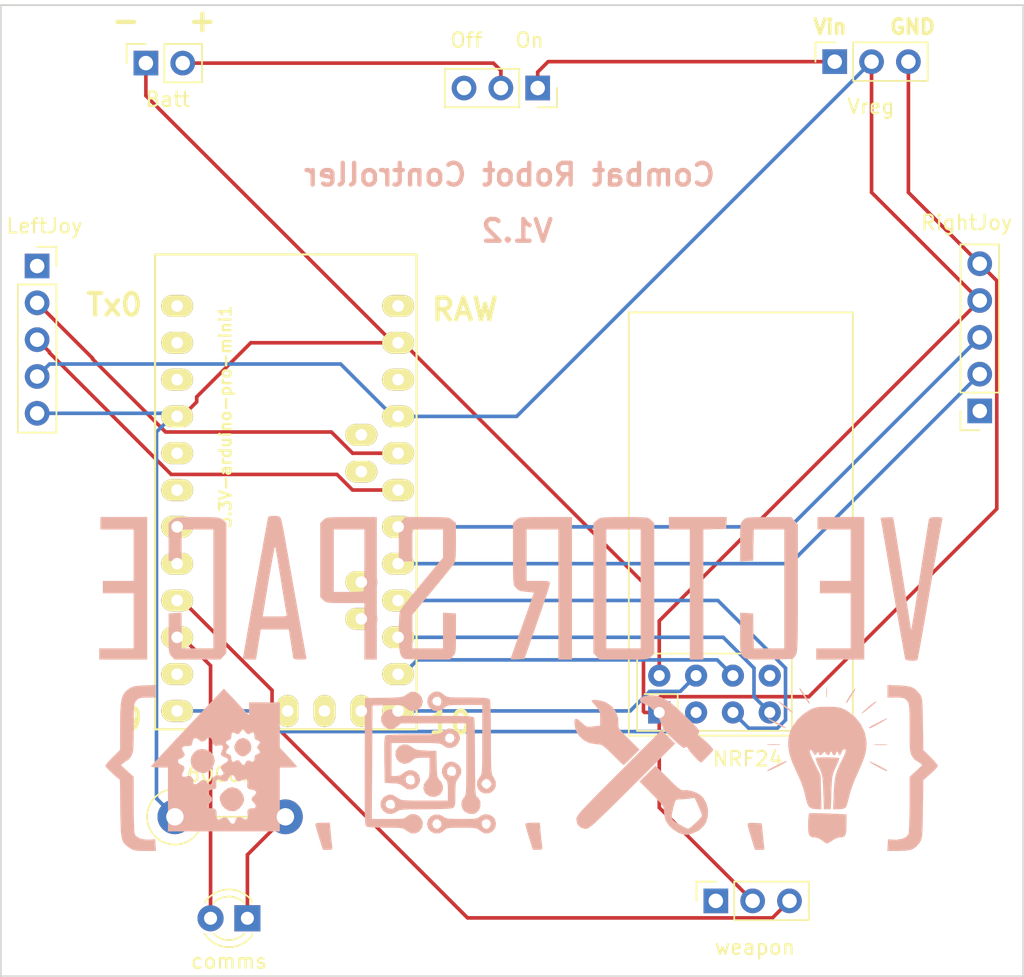
<source format=kicad_pcb>
(kicad_pcb (version 20171130) (host pcbnew 5.0.2+dfsg1-1)

  (general
    (thickness 1.6)
    (drawings 12)
    (tracks 105)
    (zones 0)
    (modules 11)
    (nets 31)
  )

  (page A4)
  (layers
    (0 F.Cu signal)
    (31 B.Cu signal)
    (32 B.Adhes user)
    (33 F.Adhes user)
    (34 B.Paste user)
    (35 F.Paste user)
    (36 B.SilkS user)
    (37 F.SilkS user)
    (38 B.Mask user)
    (39 F.Mask user)
    (40 Dwgs.User user)
    (41 Cmts.User user)
    (42 Eco1.User user)
    (43 Eco2.User user)
    (44 Edge.Cuts user)
    (45 Margin user)
    (46 B.CrtYd user)
    (47 F.CrtYd user)
    (48 B.Fab user)
    (49 F.Fab user)
  )

  (setup
    (last_trace_width 0.25)
    (trace_clearance 0.2)
    (zone_clearance 0.508)
    (zone_45_only no)
    (trace_min 0.2)
    (segment_width 0.2)
    (edge_width 0.05)
    (via_size 0.8)
    (via_drill 0.4)
    (via_min_size 0.4)
    (via_min_drill 0.3)
    (uvia_size 0.3)
    (uvia_drill 0.1)
    (uvias_allowed no)
    (uvia_min_size 0.2)
    (uvia_min_drill 0.1)
    (pcb_text_width 0.3)
    (pcb_text_size 1.5 1.5)
    (mod_edge_width 0.12)
    (mod_text_size 1 1)
    (mod_text_width 0.15)
    (pad_size 1.524 1.524)
    (pad_drill 0.762)
    (pad_to_mask_clearance 0.051)
    (solder_mask_min_width 0.25)
    (aux_axis_origin 0 0)
    (visible_elements FFFFFF7F)
    (pcbplotparams
      (layerselection 0x010fc_ffffffff)
      (usegerberextensions false)
      (usegerberattributes false)
      (usegerberadvancedattributes false)
      (creategerberjobfile false)
      (excludeedgelayer true)
      (linewidth 0.100000)
      (plotframeref false)
      (viasonmask false)
      (mode 1)
      (useauxorigin false)
      (hpglpennumber 1)
      (hpglpenspeed 20)
      (hpglpendiameter 15.000000)
      (psnegative false)
      (psa4output false)
      (plotreference true)
      (plotvalue true)
      (plotinvisibletext false)
      (padsonsilk false)
      (subtractmaskfromsilk false)
      (outputformat 1)
      (mirror false)
      (drillshape 0)
      (scaleselection 1)
      (outputdirectory "pcb/"))
  )

  (net 0 "")
  (net 1 +3V3)
  (net 2 GND)
  (net 3 +12V)
  (net 4 "Net-(U1-Pad8)")
  (net 5 "Net-(LeftJoy1-Pad1)")
  (net 6 "Net-(RightJoy1-Pad1)")
  (net 7 "Net-(OnOff1-Pad3)")
  (net 8 "Net-(weapon1-Pad1)")
  (net 9 "Net-(600ohm1-Pad2)")
  (net 10 "Net-(3.3V-arduino-pro-mini1-Pad10)")
  (net 11 "Net-(3.3V-arduino-pro-mini1-Pad19)")
  (net 12 "Net-(3.3V-arduino-pro-mini1-Pad20)")
  (net 13 "Net-(3.3V-arduino-pro-mini1-Pad18)")
  (net 14 "Net-(3.3V-arduino-pro-mini1-Pad17)")
  (net 15 "Net-(3.3V-arduino-pro-mini1-Pad12)")
  (net 16 "Net-(3.3V-arduino-pro-mini1-Pad13)")
  (net 17 "Net-(3.3V-arduino-pro-mini1-Pad16)")
  (net 18 "Net-(3.3V-arduino-pro-mini1-Pad14)")
  (net 19 "Net-(3.3V-arduino-pro-mini1-Pad15)")
  (net 20 "Net-(3.3V-arduino-pro-mini1-Pad9)")
  (net 21 "Net-(3.3V-arduino-pro-mini1-Pad1)")
  (net 22 "Net-(3.3V-arduino-pro-mini1-Pad2)")
  (net 23 "Net-(3.3V-arduino-pro-mini1-Pad3)")
  (net 24 "Net-(3.3V-arduino-pro-mini1-Pad5)")
  (net 25 "Net-(3.3V-arduino-pro-mini1-Pad6)")
  (net 26 "Net-(3.3V-arduino-pro-mini1-Pad7)")
  (net 27 "Net-(3.3V-arduino-pro-mini1-Pad8)")
  (net 28 "Net-(3.3V-arduino-pro-mini1-Pad11)")
  (net 29 "Net-(3.3V-arduino-pro-mini1-Pad22)")
  (net 30 "Net-(3.3V-arduino-pro-mini1-Pad24)")

  (net_class Default "This is the default net class."
    (clearance 0.2)
    (trace_width 0.25)
    (via_dia 0.8)
    (via_drill 0.4)
    (uvia_dia 0.3)
    (uvia_drill 0.1)
    (add_net +12V)
    (add_net +3V3)
    (add_net GND)
    (add_net "Net-(3.3V-arduino-pro-mini1-Pad1)")
    (add_net "Net-(3.3V-arduino-pro-mini1-Pad10)")
    (add_net "Net-(3.3V-arduino-pro-mini1-Pad11)")
    (add_net "Net-(3.3V-arduino-pro-mini1-Pad12)")
    (add_net "Net-(3.3V-arduino-pro-mini1-Pad13)")
    (add_net "Net-(3.3V-arduino-pro-mini1-Pad14)")
    (add_net "Net-(3.3V-arduino-pro-mini1-Pad15)")
    (add_net "Net-(3.3V-arduino-pro-mini1-Pad16)")
    (add_net "Net-(3.3V-arduino-pro-mini1-Pad17)")
    (add_net "Net-(3.3V-arduino-pro-mini1-Pad18)")
    (add_net "Net-(3.3V-arduino-pro-mini1-Pad19)")
    (add_net "Net-(3.3V-arduino-pro-mini1-Pad2)")
    (add_net "Net-(3.3V-arduino-pro-mini1-Pad20)")
    (add_net "Net-(3.3V-arduino-pro-mini1-Pad22)")
    (add_net "Net-(3.3V-arduino-pro-mini1-Pad24)")
    (add_net "Net-(3.3V-arduino-pro-mini1-Pad3)")
    (add_net "Net-(3.3V-arduino-pro-mini1-Pad5)")
    (add_net "Net-(3.3V-arduino-pro-mini1-Pad6)")
    (add_net "Net-(3.3V-arduino-pro-mini1-Pad7)")
    (add_net "Net-(3.3V-arduino-pro-mini1-Pad8)")
    (add_net "Net-(3.3V-arduino-pro-mini1-Pad9)")
    (add_net "Net-(600ohm1-Pad2)")
    (add_net "Net-(LeftJoy1-Pad1)")
    (add_net "Net-(OnOff1-Pad3)")
    (add_net "Net-(RightJoy1-Pad1)")
    (add_net "Net-(U1-Pad8)")
    (add_net "Net-(weapon1-Pad1)")
  )

  (module vslogo:vs_logo (layer B.Cu) (tedit 0) (tstamp 5DCAB2C8)
    (at 206.325 86.925 180)
    (fp_text reference G*** (at 0 0) (layer F.SilkS) hide
      (effects (font (size 1.524 1.524) (thickness 0.3)))
    )
    (fp_text value LOGO (at 0.75 0) (layer F.SilkS) hide
      (effects (font (size 1.524 1.524) (thickness 0.3)))
    )
    (fp_poly (pts (xy 19.393609 -3.716986) (xy 19.597837 -3.912572) (xy 19.714858 -4.177363) (xy 19.727333 -4.296145)
      (xy 19.655406 -4.546088) (xy 19.475462 -4.76434) (xy 19.241257 -4.895163) (xy 19.134666 -4.910667)
      (xy 18.968859 -4.860626) (xy 18.770962 -4.739772) (xy 18.765084 -4.735188) (xy 18.592539 -4.508663)
      (xy 18.549723 -4.241312) (xy 18.620748 -3.97873) (xy 18.789723 -3.766512) (xy 19.040758 -3.650251)
      (xy 19.146531 -3.640667) (xy 19.393609 -3.716986)) (layer B.SilkS) (width 0.01))
    (fp_poly (pts (xy 22.243772 -4.450042) (xy 22.479405 -4.607042) (xy 22.682738 -4.908438) (xy 22.742513 -5.22895)
      (xy 22.676465 -5.536126) (xy 22.502327 -5.797516) (xy 22.237833 -5.98067) (xy 21.900717 -6.053137)
      (xy 21.698723 -6.035582) (xy 21.462926 -5.916439) (xy 21.25463 -5.68564) (xy 21.115657 -5.400257)
      (xy 21.082 -5.193991) (xy 21.155438 -4.874644) (xy 21.348787 -4.623585) (xy 21.621593 -4.457804)
      (xy 21.933406 -4.394293) (xy 22.243772 -4.450042)) (layer B.SilkS) (width 0.01))
    (fp_poly (pts (xy 20.139224 -7.083566) (xy 20.429443 -7.290084) (xy 20.46618 -7.325913) (xy 20.646419 -7.524385)
      (xy 20.723301 -7.68255) (xy 20.724229 -7.867691) (xy 20.71434 -7.935196) (xy 20.589354 -8.26836)
      (xy 20.359169 -8.520836) (xy 20.063116 -8.667919) (xy 19.740523 -8.684904) (xy 19.59086 -8.640891)
      (xy 19.365708 -8.482818) (xy 19.172682 -8.243184) (xy 19.060936 -7.989257) (xy 19.05 -7.900711)
      (xy 19.117253 -7.583395) (xy 19.291498 -7.300446) (xy 19.5133 -7.128483) (xy 19.846721 -7.032367)
      (xy 20.139224 -7.083566)) (layer B.SilkS) (width 0.01))
    (fp_poly (pts (xy 28.956 10.752667) (xy 26.67 10.752667) (xy 26.67 7.196667) (xy 28.786666 7.196667)
      (xy 28.786666 6.35) (xy 26.67 6.35) (xy 26.67 2.54) (xy 29.040666 2.54)
      (xy 29.040666 1.778) (xy 25.738666 1.778) (xy 25.738666 11.599333) (xy 28.956 11.599333)
      (xy 28.956 10.752667)) (layer B.SilkS) (width 0.01))
    (fp_poly (pts (xy 22.808782 11.598526) (xy 23.207771 11.594017) (xy 23.491174 11.582673) (xy 23.685865 11.561362)
      (xy 23.818716 11.526954) (xy 23.9166 11.476316) (xy 24.006391 11.406316) (xy 24.019445 11.395137)
      (xy 24.257 11.190941) (xy 24.257 8.593667) (xy 23.8125 8.568076) (xy 23.368 8.542484)
      (xy 23.368 10.752667) (xy 21.166666 10.752667) (xy 21.166666 2.54) (xy 23.368 2.54)
      (xy 23.368 5.004183) (xy 23.8125 4.978591) (xy 24.257 4.953) (xy 24.257 3.583796)
      (xy 24.256029 3.072458) (xy 24.250673 2.702108) (xy 24.237268 2.4444) (xy 24.212148 2.27099)
      (xy 24.171648 2.153532) (xy 24.112104 2.063683) (xy 24.051741 1.996296) (xy 23.846482 1.778)
      (xy 20.688183 1.778) (xy 20.482925 1.996488) (xy 20.277666 2.214976) (xy 20.277666 11.190662)
      (xy 20.515221 11.394998) (xy 20.605963 11.467919) (xy 20.701106 11.521039) (xy 20.827522 11.557494)
      (xy 21.012082 11.580416) (xy 21.281659 11.59294) (xy 21.663125 11.598199) (xy 22.183352 11.599327)
      (xy 22.267333 11.599333) (xy 22.808782 11.598526)) (layer B.SilkS) (width 0.01))
    (fp_poly (pts (xy 17.205647 11.670514) (xy 17.361019 11.636512) (xy 17.387352 11.61818) (xy 17.40686 11.529074)
      (xy 17.452498 11.291105) (xy 17.521072 10.922185) (xy 17.609388 10.440224) (xy 17.714253 9.863135)
      (xy 17.832472 9.208829) (xy 17.960853 8.495218) (xy 18.096202 7.740214) (xy 18.235325 6.961728)
      (xy 18.375028 6.177673) (xy 18.512118 5.405958) (xy 18.643401 4.664498) (xy 18.765683 3.971202)
      (xy 18.875772 3.343983) (xy 18.970472 2.800752) (xy 19.046591 2.359422) (xy 19.100935 2.037903)
      (xy 19.13031 1.854108) (xy 19.134666 1.818317) (xy 19.058213 1.795895) (xy 18.861638 1.781257)
      (xy 18.685133 1.778) (xy 18.235601 1.778) (xy 18.071232 2.815167) (xy 17.906863 3.852333)
      (xy 15.964846 3.852333) (xy 15.819571 2.921) (xy 15.760368 2.535383) (xy 15.711744 2.207215)
      (xy 15.679342 1.975314) (xy 15.668815 1.883833) (xy 15.585443 1.813885) (xy 15.341967 1.780982)
      (xy 15.196053 1.778) (xy 14.930496 1.782916) (xy 14.797168 1.808805) (xy 14.75902 1.87238)
      (xy 14.773746 1.9685) (xy 14.798934 2.09556) (xy 14.850041 2.369989) (xy 14.923603 2.772394)
      (xy 15.016154 3.283379) (xy 15.124233 3.883551) (xy 15.244373 4.553514) (xy 15.292356 4.822007)
      (xy 16.113473 4.822007) (xy 16.165583 4.778699) (xy 16.30298 4.754321) (xy 16.554181 4.743619)
      (xy 16.922304 4.741333) (xy 17.769353 4.741333) (xy 17.718878 5.058833) (xy 17.565949 6.01051)
      (xy 17.42415 6.872558) (xy 17.295387 7.634392) (xy 17.181567 8.285427) (xy 17.084594 8.815077)
      (xy 17.006374 9.212757) (xy 16.948813 9.467882) (xy 16.913816 9.569868) (xy 16.907215 9.567333)
      (xy 16.881005 9.452204) (xy 16.832866 9.193291) (xy 16.766825 8.814143) (xy 16.686906 8.338308)
      (xy 16.597137 7.789336) (xy 16.509162 7.239) (xy 16.414045 6.642122) (xy 16.325556 6.09539)
      (xy 16.247662 5.622639) (xy 16.184329 5.247702) (xy 16.139524 4.994414) (xy 16.118131 4.8895)
      (xy 16.113473 4.822007) (xy 15.292356 4.822007) (xy 15.373112 5.273873) (xy 15.506985 6.025235)
      (xy 15.642528 6.788204) (xy 15.776277 7.543385) (xy 15.904768 8.271385) (xy 16.024537 8.952808)
      (xy 16.13212 9.56826) (xy 16.168773 9.779) (xy 16.258094 10.279342) (xy 16.343517 10.732264)
      (xy 16.418891 11.107053) (xy 16.478062 11.372991) (xy 16.512218 11.4935) (xy 16.594203 11.616146)
      (xy 16.741104 11.672016) (xy 16.968854 11.684) (xy 17.205647 11.670514)) (layer B.SilkS) (width 0.01))
    (fp_poly (pts (xy 12.229713 11.598872) (xy 12.668736 11.595767) (xy 12.986744 11.587441) (xy 13.207896 11.571316)
      (xy 13.356349 11.544814) (xy 13.456265 11.505356) (xy 13.5318 11.450364) (xy 13.592848 11.391515)
      (xy 13.800666 11.183697) (xy 13.800666 6.088303) (xy 13.592848 5.880485) (xy 13.50781 5.801747)
      (xy 13.416465 5.745918) (xy 13.289958 5.709062) (xy 13.099432 5.687246) (xy 12.816032 5.676533)
      (xy 12.410902 5.67299) (xy 12.068848 5.672667) (xy 10.752666 5.672667) (xy 10.752666 1.778)
      (xy 9.906 1.778) (xy 9.906 10.752667) (xy 10.752666 10.752667) (xy 10.752666 8.650111)
      (xy 10.75485 8.069724) (xy 10.760991 7.546186) (xy 10.770472 7.103064) (xy 10.782679 6.763924)
      (xy 10.796993 6.552334) (xy 10.809111 6.491111) (xy 10.911307 6.469052) (xy 11.147355 6.451031)
      (xy 11.481787 6.43894) (xy 11.867444 6.434667) (xy 12.869333 6.434667) (xy 12.869333 10.752667)
      (xy 10.752666 10.752667) (xy 9.906 10.752667) (xy 9.906 11.599333) (xy 11.645515 11.599333)
      (xy 12.229713 11.598872)) (layer B.SilkS) (width 0.01))
    (fp_poly (pts (xy 8.162807 11.338837) (xy 8.247321 11.232201) (xy 8.306738 11.126019) (xy 8.345476 10.989572)
      (xy 8.367953 10.792142) (xy 8.378587 10.503009) (xy 8.381798 10.091455) (xy 8.382 9.814837)
      (xy 8.382 8.551333) (xy 7.450666 8.551333) (xy 7.450666 10.752667) (xy 5.334 10.752667)
      (xy 5.334 8.804596) (xy 6.775217 7.069854) (xy 7.16447 6.59699) (xy 7.52016 6.156651)
      (xy 7.826949 5.768486) (xy 8.0695 5.452144) (xy 8.232476 5.227274) (xy 8.299217 5.117378)
      (xy 8.328567 4.95734) (xy 8.353339 4.664351) (xy 8.371509 4.274773) (xy 8.381051 3.824969)
      (xy 8.382 3.630951) (xy 8.374294 3.032325) (xy 8.348121 2.581017) (xy 8.298896 2.25558)
      (xy 8.222038 2.03457) (xy 8.112961 1.89654) (xy 7.997206 1.830594) (xy 7.870909 1.813515)
      (xy 7.605562 1.798752) (xy 7.231447 1.787277) (xy 6.77884 1.78006) (xy 6.357833 1.778)
      (xy 4.855517 1.778) (xy 4.650258 1.996309) (xy 4.573757 2.08415) (xy 4.519092 2.178018)
      (xy 4.482596 2.306259) (xy 4.460605 2.497218) (xy 4.449454 2.77924) (xy 4.445478 3.18067)
      (xy 4.445 3.583809) (xy 4.445 4.953) (xy 4.8895 4.978591) (xy 5.334 5.004183)
      (xy 5.334 2.54) (xy 7.450666 2.54) (xy 7.450666 4.870464) (xy 6.085149 6.520399)
      (xy 5.70402 6.98254) (xy 5.352816 7.411473) (xy 5.047984 7.786867) (xy 4.805966 8.088394)
      (xy 4.643208 8.295724) (xy 4.582315 8.378277) (xy 4.527437 8.491816) (xy 4.488791 8.65749)
      (xy 4.463869 8.902861) (xy 4.450168 9.255489) (xy 4.445179 9.742936) (xy 4.445 9.888441)
      (xy 4.445 11.190662) (xy 4.682554 11.394998) (xy 4.773383 11.467978) (xy 4.868624 11.521123)
      (xy 4.99518 11.557577) (xy 5.179956 11.580482) (xy 5.449858 11.59298) (xy 5.83179 11.598214)
      (xy 6.352657 11.599328) (xy 6.431861 11.599333) (xy 7.943614 11.599333) (xy 8.162807 11.338837)) (layer B.SilkS) (width 0.01))
    (fp_poly (pts (xy -1.131876 11.598932) (xy -0.677805 11.596128) (xy -0.346143 11.588522) (xy -0.113426 11.573714)
      (xy 0.043806 11.549305) (xy 0.149016 11.512895) (xy 0.225667 11.462085) (xy 0.297222 11.394475)
      (xy 0.300181 11.391515) (xy 0.508 11.183697) (xy 0.508 9.067903) (xy 0.507627 8.415509)
      (xy 0.505281 7.910727) (xy 0.499122 7.531835) (xy 0.487309 7.257111) (xy 0.468 7.064835)
      (xy 0.439356 6.933284) (xy 0.399536 6.840738) (xy 0.346698 6.765473) (xy 0.309105 6.720881)
      (xy 0.164547 6.584503) (xy -0.011172 6.505833) (xy -0.276175 6.463152) (xy -0.410561 6.451984)
      (xy -0.682111 6.42797) (xy -0.870514 6.402953) (xy -0.931334 6.384714) (xy -0.904018 6.300482)
      (xy -0.826863 6.077227) (xy -0.707055 5.735367) (xy -0.551782 5.295323) (xy -0.368232 4.777512)
      (xy -0.163593 4.202353) (xy -0.127 4.099715) (xy 0.080594 3.516338) (xy 0.268312 2.986376)
      (xy 0.428959 2.530341) (xy 0.55534 2.16874) (xy 0.64026 1.922084) (xy 0.676524 1.810881)
      (xy 0.677333 1.806934) (xy 0.600805 1.790762) (xy 0.402937 1.787717) (xy 0.200202 1.794942)
      (xy -0.276928 1.820333) (xy -1.149907 4.318) (xy -1.366078 4.942018) (xy -1.563056 5.521263)
      (xy -1.733958 6.034656) (xy -1.871904 6.461115) (xy -1.970012 6.779559) (xy -2.0214 6.968908)
      (xy -2.027443 7.006167) (xy -2.021438 7.094465) (xy -1.977313 7.150164) (xy -1.863592 7.180761)
      (xy -1.648798 7.193755) (xy -1.301454 7.196642) (xy -1.227667 7.196667) (xy -0.423334 7.196667)
      (xy -0.423334 10.752667) (xy -2.624667 10.752667) (xy -2.624667 1.778) (xy -3.556 1.778)
      (xy -3.556 11.599333) (xy -1.731819 11.599333) (xy -1.131876 11.598932)) (layer B.SilkS) (width 0.01))
    (fp_poly (pts (xy -6.59502 11.598691) (xy -6.171051 11.594931) (xy -5.86558 11.5853) (xy -5.65319 11.567049)
      (xy -5.508463 11.537425) (xy -5.405981 11.493677) (xy -5.320328 11.433053) (xy -5.275222 11.394998)
      (xy -5.037667 11.190662) (xy -5.037667 2.214976) (xy -5.242926 1.996488) (xy -5.448184 1.778)
      (xy -7.130608 1.778) (xy -7.703989 1.778509) (xy -8.132702 1.781843) (xy -8.441411 1.790714)
      (xy -8.654779 1.807834) (xy -8.797472 1.835914) (xy -8.894153 1.877666) (xy -8.969487 1.935801)
      (xy -9.020849 1.985818) (xy -9.228667 2.193637) (xy -9.228667 10.752667) (xy -8.297334 10.752667)
      (xy -8.297334 2.54) (xy -5.926667 2.54) (xy -5.926667 10.752667) (xy -8.297334 10.752667)
      (xy -9.228667 10.752667) (xy -9.228667 11.183697) (xy -9.020849 11.391515) (xy -8.945215 11.46288)
      (xy -8.864813 11.515693) (xy -8.754678 11.552746) (xy -8.589846 11.576832) (xy -8.345352 11.590743)
      (xy -7.996233 11.597273) (xy -7.517523 11.599212) (xy -7.162904 11.599333) (xy -6.59502 11.598691)) (layer B.SilkS) (width 0.01))
    (fp_poly (pts (xy -10.244667 10.752667) (xy -11.684 10.752667) (xy -11.684 1.778) (xy -12.615334 1.778)
      (xy -12.615334 10.746312) (xy -13.3985 10.770656) (xy -14.181667 10.795) (xy -14.207473 11.197167)
      (xy -14.233278 11.599333) (xy -10.244667 11.599333) (xy -10.244667 10.752667)) (layer B.SilkS) (width 0.01))
    (fp_poly (pts (xy -16.583489 11.598707) (xy -16.176853 11.594806) (xy -15.887881 11.584598) (xy -15.690742 11.565051)
      (xy -15.5596 11.533132) (xy -15.468623 11.485809) (xy -15.391975 11.420049) (xy -15.363152 11.391515)
      (xy -15.284529 11.306626) (xy -15.228742 11.215456) (xy -15.191878 11.089214) (xy -15.170021 10.899106)
      (xy -15.159257 10.616341) (xy -15.155671 10.212126) (xy -15.155334 9.863091) (xy -15.155334 8.542484)
      (xy -15.599834 8.568076) (xy -16.044334 8.593667) (xy -16.091726 10.752667) (xy -18.203334 10.752667)
      (xy -18.203334 2.54) (xy -16.091316 2.54) (xy -16.044334 4.953) (xy -15.599834 4.978591)
      (xy -15.155334 5.004183) (xy -15.155334 3.575183) (xy -15.153716 3.000334) (xy -15.162337 2.562705)
      (xy -15.201403 2.243765) (xy -15.291123 2.024987) (xy -15.451705 1.887842) (xy -15.703358 1.813801)
      (xy -16.066291 1.784335) (xy -16.56071 1.780915) (xy -17.108124 1.784684) (xy -17.610378 1.789071)
      (xy -18.057393 1.7972) (xy -18.420286 1.808205) (xy -18.670177 1.821221) (xy -18.776615 1.834667)
      (xy -18.888708 1.935529) (xy -19.008314 2.117925) (xy -19.009449 2.120112) (xy -19.037997 2.196815)
      (xy -19.06199 2.316342) (xy -19.081801 2.492366) (xy -19.097801 2.738563) (xy -19.110364 3.068608)
      (xy -19.11986 3.496175) (xy -19.126663 4.03494) (xy -19.131144 4.698576) (xy -19.133676 5.500759)
      (xy -19.134631 6.455164) (xy -19.134667 6.7203) (xy -19.134667 11.078341) (xy -18.696281 11.599333)
      (xy -17.133626 11.599333) (xy -16.583489 11.598707)) (layer B.SilkS) (width 0.01))
    (fp_poly (pts (xy -20.489334 10.752667) (xy -22.775334 10.752667) (xy -22.775334 7.196667) (xy -20.658667 7.196667)
      (xy -20.658667 6.35) (xy -22.775334 6.35) (xy -22.775334 2.54) (xy -20.404667 2.54)
      (xy -20.404667 1.778) (xy -23.706667 1.778) (xy -23.706667 11.599333) (xy -20.489334 11.599333)
      (xy -20.489334 10.752667)) (layer B.SilkS) (width 0.01))
    (fp_poly (pts (xy -28.4039 11.591306) (xy -28.256939 11.555858) (xy -28.188345 11.475943) (xy -28.168057 11.408834)
      (xy -28.146231 11.287472) (xy -28.101551 11.016632) (xy -28.036845 10.614213) (xy -27.954946 10.09811)
      (xy -27.858681 9.486221) (xy -27.750883 8.796442) (xy -27.63438 8.04667) (xy -27.545341 7.470946)
      (xy -27.425695 6.699838) (xy -27.313575 5.985017) (xy -27.211636 5.342848) (xy -27.122533 4.789697)
      (xy -27.04892 4.341927) (xy -26.993452 4.015904) (xy -26.958785 3.827992) (xy -26.947853 3.787946)
      (xy -26.931318 3.882304) (xy -26.891491 4.127108) (xy -26.831039 4.505477) (xy -26.75263 5.000526)
      (xy -26.658931 5.595371) (xy -26.552609 6.273127) (xy -26.436331 7.016912) (xy -26.329586 7.701749)
      (xy -26.206747 8.48761) (xy -26.091153 9.220792) (xy -25.985505 9.884614) (xy -25.892504 10.462392)
      (xy -25.814851 10.937445) (xy -25.755249 11.29309) (xy -25.716399 11.512645) (xy -25.701558 11.579999)
      (xy -25.607854 11.591862) (xy -25.401019 11.590052) (xy -25.256294 11.582916) (xy -24.839863 11.557)
      (xy -25.671186 6.731) (xy -25.823827 5.846902) (xy -25.968725 5.011522) (xy -26.103214 4.239983)
      (xy -26.224624 3.547409) (xy -26.330288 2.948926) (xy -26.417538 2.459658) (xy -26.483704 2.094728)
      (xy -26.52612 1.869262) (xy -26.541264 1.799167) (xy -26.640698 1.738078) (xy -26.841355 1.701921)
      (xy -27.076595 1.693376) (xy -27.279776 1.715121) (xy -27.381865 1.765376) (xy -27.404007 1.859932)
      (xy -27.451813 2.106286) (xy -27.522586 2.489295) (xy -27.613629 2.993814) (xy -27.722244 3.6047)
      (xy -27.845735 4.306809) (xy -27.981405 5.084998) (xy -28.126556 5.924123) (xy -28.237596 6.570209)
      (xy -28.388239 7.447231) (xy -28.531332 8.276696) (xy -28.664164 9.043142) (xy -28.784028 9.731103)
      (xy -28.888213 10.325116) (xy -28.97401 10.809716) (xy -29.03871 11.16944) (xy -29.079602 11.388821)
      (xy -29.092774 11.451167) (xy -29.096558 11.536732) (xy -29.019104 11.581483) (xy -28.825251 11.597877)
      (xy -28.674551 11.599333) (xy -28.4039 11.591306)) (layer B.SilkS) (width 0.01))
    (fp_poly (pts (xy -21.109094 -0.156772) (xy -21.104878 -0.192388) (xy -21.09133 -0.491383) (xy -21.104394 -0.775322)
      (xy -21.105561 -0.785055) (xy -21.12153 -0.843411) (xy -21.133282 -0.752391) (xy -21.138738 -0.531937)
      (xy -21.138885 -0.465667) (xy -21.134652 -0.22538) (xy -21.12403 -0.116859) (xy -21.109094 -0.156772)) (layer B.SilkS) (width 0.01))
    (fp_poly (pts (xy -19.267256 -0.284281) (xy -19.360863 -0.462659) (xy -19.498552 -0.691578) (xy -19.652647 -0.927775)
      (xy -19.795477 -1.127985) (xy -19.899367 -1.248945) (xy -19.927571 -1.266172) (xy -19.937504 -1.208454)
      (xy -19.865509 -1.062078) (xy -19.849753 -1.037167) (xy -19.606494 -0.664607) (xy -19.43892 -0.415012)
      (xy -19.332401 -0.26811) (xy -19.272306 -0.203626) (xy -19.245405 -0.199707) (xy -19.267256 -0.284281)) (layer B.SilkS) (width 0.01))
    (fp_poly (pts (xy -23.02315 -0.287175) (xy -22.864459 -0.506007) (xy -22.762363 -0.658074) (xy -22.599948 -0.917327)
      (xy -22.489643 -1.118726) (xy -22.451616 -1.22481) (xy -22.45397 -1.230858) (xy -22.515045 -1.185818)
      (xy -22.636511 -1.028069) (xy -22.792947 -0.790878) (xy -22.80484 -0.771689) (xy -22.991326 -0.457143)
      (xy -23.088558 -0.268022) (xy -23.098508 -0.209606) (xy -23.02315 -0.287175)) (layer B.SilkS) (width 0.01))
    (fp_poly (pts (xy -17.859078 -1.187078) (xy -18.007592 -1.327452) (xy -18.231635 -1.514775) (xy -18.287092 -1.558748)
      (xy -18.526044 -1.738732) (xy -18.703474 -1.857585) (xy -18.788196 -1.894852) (xy -18.791275 -1.889451)
      (xy -18.728673 -1.806003) (xy -18.573627 -1.662337) (xy -18.366515 -1.490251) (xy -18.147713 -1.321541)
      (xy -17.957597 -1.188007) (xy -17.836544 -1.121445) (xy -17.815842 -1.12127) (xy -17.859078 -1.187078)) (layer B.SilkS) (width 0.01))
    (fp_poly (pts (xy -24.459732 -1.148401) (xy -24.405167 -1.177819) (xy -24.276898 -1.267329) (xy -24.09275 -1.415409)
      (xy -23.889626 -1.589519) (xy -23.704427 -1.757116) (xy -23.574057 -1.88566) (xy -23.535418 -1.94261)
      (xy -23.537334 -1.943094) (xy -23.61932 -1.895654) (xy -23.796554 -1.767704) (xy -24.032861 -1.585515)
      (xy -24.0665 -1.558844) (xy -24.346584 -1.32905) (xy -24.509162 -1.179907) (xy -24.548717 -1.117621)
      (xy -24.459732 -1.148401)) (layer B.SilkS) (width 0.01))
    (fp_poly (pts (xy -17.075512 -2.321547) (xy -17.204362 -2.410312) (xy -17.41062 -2.5329) (xy -17.656982 -2.66892)
      (xy -17.906146 -2.797981) (xy -18.12081 -2.899692) (xy -18.263671 -2.953661) (xy -18.288 -2.957517)
      (xy -18.27777 -2.922668) (xy -18.142716 -2.828323) (xy -17.908952 -2.691741) (xy -17.781039 -2.622439)
      (xy -17.481573 -2.468692) (xy -17.235873 -2.352094) (xy -17.084378 -2.291494) (xy -17.061372 -2.286996)
      (xy -17.075512 -2.321547)) (layer B.SilkS) (width 0.01))
    (fp_poly (pts (xy -25.187208 -2.322139) (xy -24.985119 -2.412635) (xy -24.729664 -2.536918) (xy -24.464721 -2.672663)
      (xy -24.234168 -2.797545) (xy -24.081884 -2.88924) (xy -24.045334 -2.922064) (xy -24.073891 -2.957636)
      (xy -24.174502 -2.933939) (xy -24.369577 -2.841713) (xy -24.681526 -2.671696) (xy -24.765 -2.624667)
      (xy -25.029985 -2.47044) (xy -25.216679 -2.353218) (xy -25.294974 -2.292246) (xy -25.292054 -2.287753)
      (xy -25.187208 -2.322139)) (layer B.SilkS) (width 0.01))
    (fp_poly (pts (xy -17.158971 -4.080962) (xy -17.078946 -4.086798) (xy -16.999784 -4.100346) (xy -17.072653 -4.110995)
      (xy -17.280259 -4.117388) (xy -17.483667 -4.118614) (xy -17.765249 -4.115478) (xy -17.917749 -4.107393)
      (xy -17.926182 -4.095714) (xy -17.840946 -4.086329) (xy -17.502038 -4.073517) (xy -17.158971 -4.080962)) (layer B.SilkS) (width 0.01))
    (fp_poly (pts (xy -24.524971 -4.080962) (xy -24.444946 -4.086798) (xy -24.365784 -4.100346) (xy -24.438653 -4.110995)
      (xy -24.646259 -4.117388) (xy -24.849667 -4.118614) (xy -25.131249 -4.115478) (xy -25.283749 -4.107393)
      (xy -25.292182 -4.095714) (xy -25.206946 -4.086329) (xy -24.868038 -4.073517) (xy -24.524971 -4.080962)) (layer B.SilkS) (width 0.01))
    (fp_poly (pts (xy -8.763582 -0.708526) (xy -8.492038 -0.773605) (xy -8.310539 -0.878193) (xy -8.237994 -1.004738)
      (xy -8.29331 -1.135687) (xy -8.495396 -1.253486) (xy -8.506288 -1.257491) (xy -8.952693 -1.500122)
      (xy -9.319876 -1.88119) (xy -9.579151 -2.324692) (xy -9.702612 -2.597827) (xy -9.789846 -2.814034)
      (xy -9.821267 -2.922869) (xy -9.877105 -3.025362) (xy -10.025685 -3.202666) (xy -10.23873 -3.427891)
      (xy -10.487969 -3.674145) (xy -10.745125 -3.91454) (xy -10.981927 -4.122183) (xy -11.170098 -4.270186)
      (xy -11.281365 -4.331657) (xy -11.297517 -4.326872) (xy -11.41635 -4.237444) (xy -11.532154 -4.302488)
      (xy -11.57157 -4.3815) (xy -11.647973 -4.50398) (xy -11.800266 -4.693544) (xy -11.992246 -4.910755)
      (xy -12.187707 -5.116177) (xy -12.350445 -5.270372) (xy -12.444254 -5.333902) (xy -12.446 -5.334)
      (xy -12.525588 -5.278168) (xy -12.687196 -5.131868) (xy -12.893683 -4.928925) (xy -13.096108 -4.711587)
      (xy -13.239692 -4.534856) (xy -13.292667 -4.438909) (xy -13.233264 -4.333913) (xy -13.081172 -4.160094)
      (xy -12.875566 -3.954863) (xy -12.655622 -3.755631) (xy -12.460517 -3.599808) (xy -12.33825 -3.5275)
      (xy -12.238616 -3.46642) (xy -12.261706 -3.357097) (xy -12.295916 -3.297339) (xy -12.32729 -3.224253)
      (xy -12.320107 -3.142582) (xy -12.259197 -3.032942) (xy -12.12939 -2.875952) (xy -11.915517 -2.652227)
      (xy -11.60241 -2.342385) (xy -11.376435 -2.122446) (xy -10.871064 -1.646509) (xy -10.449166 -1.286295)
      (xy -10.086671 -1.026727) (xy -9.759511 -0.852729) (xy -9.443614 -0.749225) (xy -9.114912 -0.701139)
      (xy -9.106262 -0.700512) (xy -8.763582 -0.708526)) (layer B.SilkS) (width 0.01))
    (fp_poly (pts (xy -4.970541 -1.024879) (xy -4.910667 -1.069238) (xy -4.962855 -1.157085) (xy -5.096577 -1.324401)
      (xy -5.207 -1.450482) (xy -5.377617 -1.657302) (xy -5.466387 -1.838914) (xy -5.499406 -2.068381)
      (xy -5.503334 -2.280151) (xy -5.503334 -2.781815) (xy -5.030924 -2.840839) (xy -4.755507 -2.868593)
      (xy -4.578164 -2.850378) (xy -4.429355 -2.764281) (xy -4.244187 -2.592931) (xy -4.001328 -2.377972)
      (xy -3.843684 -2.300383) (xy -3.756749 -2.360678) (xy -3.726017 -2.559374) (xy -3.725334 -2.61135)
      (xy -3.804195 -3.064473) (xy -4.022601 -3.462394) (xy -4.353283 -3.779018) (xy -4.768973 -3.988251)
      (xy -5.242402 -4.064) (xy -5.243353 -4.064) (xy -5.414301 -4.069539) (xy -5.554909 -4.09967)
      (xy -5.69635 -4.174665) (xy -5.869794 -4.314795) (xy -6.106415 -4.540332) (xy -6.35 -4.783667)
      (xy -6.631089 -5.062538) (xy -6.868425 -5.291079) (xy -7.03715 -5.445829) (xy -7.112405 -5.503329)
      (xy -7.112577 -5.503333) (xy -7.189032 -5.44719) (xy -7.353829 -5.297085) (xy -7.57731 -5.080508)
      (xy -7.685691 -4.972147) (xy -8.212156 -4.44096) (xy -7.467672 -3.699926) (xy -7.155479 -3.385354)
      (xy -6.946671 -3.160309) (xy -6.82225 -2.997286) (xy -6.763216 -2.868781) (xy -6.750573 -2.747289)
      (xy -6.756819 -2.670815) (xy -6.730058 -2.209857) (xy -6.556533 -1.779067) (xy -6.258606 -1.417034)
      (xy -5.890989 -1.176556) (xy -5.657735 -1.09584) (xy -5.393409 -1.040024) (xy -5.147761 -1.014555)
      (xy -4.970541 -1.024879)) (layer B.SilkS) (width 0.01))
    (fp_poly (pts (xy -18.304931 -5.237388) (xy -18.128582 -5.306375) (xy -17.883908 -5.417463) (xy -17.611197 -5.551384)
      (xy -17.350737 -5.68887) (xy -17.142816 -5.810655) (xy -17.102667 -5.837141) (xy -17.010504 -5.913287)
      (xy -17.051484 -5.920324) (xy -17.207216 -5.864709) (xy -17.459305 -5.752899) (xy -17.758834 -5.606802)
      (xy -18.043236 -5.455564) (xy -18.257692 -5.326856) (xy -18.366172 -5.242806) (xy -18.372667 -5.22977)
      (xy -18.304931 -5.237388)) (layer B.SilkS) (width 0.01))
    (fp_poly (pts (xy -24.128001 -5.325526) (xy -24.289784 -5.428087) (xy -24.520245 -5.559542) (xy -24.777559 -5.697363)
      (xy -25.019898 -5.819023) (xy -25.205435 -5.901994) (xy -25.285382 -5.92537) (xy -25.290388 -5.887313)
      (xy -25.230667 -5.837212) (xy -25.047634 -5.725744) (xy -24.801796 -5.59296) (xy -24.537468 -5.460475)
      (xy -24.298963 -5.3499) (xy -24.130596 -5.282852) (xy -24.076724 -5.274387) (xy -24.128001 -5.325526)) (layer B.SilkS) (width 0.01))
    (fp_poly (pts (xy 5.247518 -3.119136) (xy 5.318559 -3.175) (xy 5.405272 -3.244846) (xy 5.492891 -3.297357)
      (xy 5.605526 -3.335025) (xy 5.767286 -3.360343) (xy 6.00228 -3.375803) (xy 6.334618 -3.3839)
      (xy 6.788409 -3.387124) (xy 7.378222 -3.387963) (xy 7.919187 -3.391435) (xy 8.405732 -3.400406)
      (xy 8.811341 -3.413911) (xy 9.1095 -3.430986) (xy 9.273695 -3.450666) (xy 9.294089 -3.457648)
      (xy 9.333394 -3.524233) (xy 9.360931 -3.678487) (xy 9.377632 -3.938795) (xy 9.384427 -4.323538)
      (xy 9.382249 -4.851098) (xy 9.378756 -5.128519) (xy 9.355666 -6.731) (xy 8.810923 -6.756611)
      (xy 8.487012 -6.783317) (xy 8.27738 -6.837423) (xy 8.127273 -6.936232) (xy 8.074132 -6.989444)
      (xy 7.809739 -7.164142) (xy 7.508208 -7.193885) (xy 7.21961 -7.07887) (xy 7.112647 -6.985689)
      (xy 6.957435 -6.732239) (xy 6.917763 -6.535768) (xy 7.280564 -6.535768) (xy 7.295939 -6.725041)
      (xy 7.337777 -6.801555) (xy 7.499276 -6.860838) (xy 7.701349 -6.825547) (xy 7.858141 -6.713759)
      (xy 7.874 -6.688667) (xy 7.925595 -6.461052) (xy 7.843018 -6.286727) (xy 7.660317 -6.19958)
      (xy 7.415258 -6.232058) (xy 7.32416 -6.343339) (xy 7.280564 -6.535768) (xy 6.917763 -6.535768)
      (xy 6.914444 -6.519333) (xy 6.985061 -6.216893) (xy 7.168845 -5.99471) (xy 7.423696 -5.870016)
      (xy 7.707517 -5.860045) (xy 7.978208 -5.982029) (xy 8.055613 -6.052204) (xy 8.299414 -6.220611)
      (xy 8.5725 -6.26387) (xy 8.89 -6.265333) (xy 8.89 -3.979333) (xy 7.196666 -3.979333)
      (xy 6.617272 -3.980355) (xy 6.183086 -3.984882) (xy 5.869987 -3.995107) (xy 5.653856 -4.013224)
      (xy 5.510572 -4.041423) (xy 5.416015 -4.081899) (xy 5.346065 -4.136845) (xy 5.334 -4.148667)
      (xy 5.073986 -4.302188) (xy 4.776552 -4.322007) (xy 4.495584 -4.217028) (xy 4.284972 -3.996153)
      (xy 4.272535 -3.973278) (xy 4.166374 -3.70136) (xy 4.172085 -3.640487) (xy 4.535577 -3.640487)
      (xy 4.589751 -3.82185) (xy 4.732321 -3.950575) (xy 4.868333 -3.979333) (xy 5.057551 -3.92623)
      (xy 5.149388 -3.840308) (xy 5.200744 -3.614391) (xy 5.118676 -3.430205) (xy 4.939086 -3.331016)
      (xy 4.738547 -3.345217) (xy 4.581332 -3.462828) (xy 4.535577 -3.640487) (xy 4.172085 -3.640487)
      (xy 4.186567 -3.486131) (xy 4.343187 -3.265467) (xy 4.396153 -3.21082) (xy 4.675284 -3.012269)
      (xy 4.955088 -2.981862) (xy 5.247518 -3.119136)) (layer B.SilkS) (width 0.01))
    (fp_poly (pts (xy 6.06996 -0.50687) (xy 6.270883 -0.678081) (xy 6.396391 -0.913919) (xy 6.419559 -1.188985)
      (xy 6.313458 -1.477879) (xy 6.259188 -1.554915) (xy 6.019765 -1.736699) (xy 5.725966 -1.786998)
      (xy 5.430849 -1.705212) (xy 5.249333 -1.566333) (xy 5.16492 -1.483326) (xy 5.073951 -1.425458)
      (xy 4.946205 -1.3882) (xy 4.751462 -1.367018) (xy 4.459501 -1.357384) (xy 4.0401 -1.354765)
      (xy 3.837574 -1.354667) (xy 2.624666 -1.354667) (xy 2.624666 -3.741043) (xy 2.625286 -4.441939)
      (xy 2.627986 -4.99328) (xy 2.634025 -5.414839) (xy 2.644661 -5.726393) (xy 2.661154 -5.947716)
      (xy 2.684762 -6.098585) (xy 2.716746 -6.198773) (xy 2.758362 -6.268057) (xy 2.787723 -6.30221)
      (xy 2.961507 -6.584391) (xy 2.997355 -6.873633) (xy 2.916507 -7.137408) (xy 2.740203 -7.343187)
      (xy 2.489682 -7.458443) (xy 2.186185 -7.450648) (xy 2.064413 -7.409935) (xy 1.820059 -7.226986)
      (xy 1.696913 -6.960754) (xy 1.699933 -6.806135) (xy 1.984421 -6.806135) (xy 2.021376 -6.922588)
      (xy 2.116666 -7.027333) (xy 2.259896 -7.146885) (xy 2.37665 -7.147896) (xy 2.482706 -7.086923)
      (xy 2.632995 -6.947481) (xy 2.692395 -6.836994) (xy 2.652553 -6.670737) (xy 2.515858 -6.519729)
      (xy 2.347315 -6.448976) (xy 2.307005 -6.451604) (xy 2.165276 -6.537216) (xy 2.057076 -6.661294)
      (xy 1.984421 -6.806135) (xy 1.699933 -6.806135) (xy 1.702908 -6.653825) (xy 1.845975 -6.348784)
      (xy 1.862666 -6.326897) (xy 1.911024 -6.257637) (xy 1.949197 -6.173806) (xy 1.978385 -6.055952)
      (xy 1.999788 -5.884621) (xy 2.014604 -5.640362) (xy 2.024034 -5.303721) (xy 2.029277 -4.855246)
      (xy 2.031532 -4.275484) (xy 2.032 -3.580745) (xy 2.034067 -2.792634) (xy 2.04058 -2.161749)
      (xy 2.052003 -1.676028) (xy 2.068803 -1.323412) (xy 2.091444 -1.091839) (xy 2.094724 -1.077946)
      (xy 5.440527 -1.077946) (xy 5.454498 -1.231906) (xy 5.531161 -1.39255) (xy 5.683575 -1.427877)
      (xy 5.73058 -1.423505) (xy 5.93386 -1.349752) (xy 6.044693 -1.248833) (xy 6.086078 -1.062293)
      (xy 6.005315 -0.901382) (xy 5.849472 -0.798087) (xy 5.665615 -0.7844) (xy 5.507636 -0.883815)
      (xy 5.440527 -1.077946) (xy 2.094724 -1.077946) (xy 2.120393 -0.969249) (xy 2.1336 -0.948266)
      (xy 2.246009 -0.905561) (xy 2.492274 -0.874959) (xy 2.882919 -0.855755) (xy 3.428471 -0.847248)
      (xy 3.653751 -0.846667) (xy 4.174577 -0.845903) (xy 4.553593 -0.841231) (xy 4.818321 -0.829075)
      (xy 4.996284 -0.805864) (xy 5.115005 -0.768023) (xy 5.202007 -0.711978) (xy 5.283969 -0.635)
      (xy 5.549577 -0.45993) (xy 5.820549 -0.425687) (xy 6.06996 -0.50687)) (layer B.SilkS) (width 0.01))
    (fp_poly (pts (xy 8.379365 -4.226818) (xy 8.428181 -4.271818) (xy 8.592609 -4.536905) (xy 8.619434 -4.825917)
      (xy 8.525995 -5.096508) (xy 8.329626 -5.306328) (xy 8.047667 -5.41303) (xy 7.958666 -5.418667)
      (xy 7.660426 -5.338669) (xy 7.485303 -5.207) (xy 7.332444 -5.082686) (xy 7.153959 -5.018529)
      (xy 6.888738 -4.99646) (xy 6.769484 -4.995333) (xy 6.265333 -4.995333) (xy 6.265333 -5.684124)
      (xy 6.270138 -6.03418) (xy 6.29179 -6.260384) (xy 6.341141 -6.408111) (xy 6.429045 -6.522736)
      (xy 6.477 -6.569082) (xy 6.651992 -6.83199) (xy 6.687396 -7.132003) (xy 6.582332 -7.415814)
      (xy 6.492709 -7.520575) (xy 6.220018 -7.675123) (xy 5.909817 -7.700211) (xy 5.622891 -7.596579)
      (xy 5.518091 -7.50871) (xy 5.360046 -7.231345) (xy 5.346253 -6.925577) (xy 5.475321 -6.644401)
      (xy 5.542657 -6.57187) (xy 5.635332 -6.47405) (xy 5.697059 -6.361483) (xy 5.735412 -6.1978)
      (xy 5.757967 -5.946631) (xy 5.7723 -5.571607) (xy 5.775491 -5.45408) (xy 5.799666 -4.529667)
      (xy 6.511435 -4.504861) (xy 6.881149 -4.485339) (xy 7.129459 -4.450135) (xy 7.304247 -4.387625)
      (xy 7.453392 -4.286183) (xy 7.470431 -4.272028) (xy 7.781522 -4.097674) (xy 8.093363 -4.082602)
      (xy 8.379365 -4.226818)) (layer B.SilkS) (width 0.01))
    (fp_poly (pts (xy -20.738366 -4.978756) (xy -20.497985 -4.988285) (xy -20.370242 -5.005147) (xy -20.362254 -5.009524)
      (xy -20.373118 -5.102675) (xy -20.443774 -5.307256) (xy -20.559761 -5.582509) (xy -20.585676 -5.639315)
      (xy -20.69537 -5.887239) (xy -20.772097 -6.101659) (xy -20.823179 -6.324145) (xy -20.855939 -6.596266)
      (xy -20.877699 -6.959592) (xy -20.893543 -7.387167) (xy -20.931883 -8.551333) (xy -21.404429 -8.551333)
      (xy -21.439763 -7.387167) (xy -21.456392 -6.911697) (xy -21.477564 -6.56436) (xy -21.510581 -6.303977)
      (xy -21.562747 -6.08937) (xy -21.641363 -5.879359) (xy -21.749198 -5.642371) (xy -21.875478 -5.360989)
      (xy -21.960544 -5.144063) (xy -21.989027 -5.03151) (xy -21.986771 -5.025214) (xy -21.887371 -5.004886)
      (xy -21.665886 -4.989623) (xy -21.36926 -4.979878) (xy -21.044439 -4.976104) (xy -20.738366 -4.978756)) (layer B.SilkS) (width 0.01))
    (fp_poly (pts (xy -21.166667 -1.48292) (xy -20.765234 -1.489343) (xy -20.479169 -1.513738) (xy -20.254701 -1.566025)
      (xy -20.038057 -1.656123) (xy -19.929891 -1.71107) (xy -19.497025 -2.001892) (xy -19.101594 -2.383669)
      (xy -18.784736 -2.809599) (xy -18.58759 -3.232879) (xy -18.585171 -3.240926) (xy -18.482482 -3.720254)
      (xy -18.468628 -4.199325) (xy -18.549092 -4.707403) (xy -18.729357 -5.273748) (xy -19.014903 -5.927624)
      (xy -19.133676 -6.168598) (xy -19.314665 -6.5726) (xy -19.479983 -7.019329) (xy -19.597013 -7.419616)
      (xy -19.606424 -7.461036) (xy -19.706808 -7.895079) (xy -19.797534 -8.190232) (xy -19.897954 -8.374435)
      (xy -20.027423 -8.475627) (xy -20.205293 -8.521748) (xy -20.35039 -8.53507) (xy -20.756304 -8.561141)
      (xy -20.728652 -7.39207) (xy -20.701 -6.223) (xy -20.288216 -5.391184) (xy -20.087383 -4.965488)
      (xy -19.974795 -4.674025) (xy -19.947469 -4.508369) (xy -19.962873 -4.471928) (xy -20.058771 -4.456737)
      (xy -20.154292 -4.584077) (xy -20.256609 -4.766978) (xy -20.325956 -4.814927) (xy -20.405686 -4.744128)
      (xy -20.445183 -4.692819) (xy -20.537061 -4.58496) (xy -20.567913 -4.612711) (xy -20.571308 -4.677833)
      (xy -20.619106 -4.80348) (xy -20.6705 -4.826) (xy -20.793895 -4.764536) (xy -20.87612 -4.677833)
      (xy -20.964881 -4.575689) (xy -21.016001 -4.613553) (xy -21.042679 -4.677833) (xy -21.140685 -4.797724)
      (xy -21.259702 -4.817941) (xy -21.332746 -4.73365) (xy -21.336 -4.699) (xy -21.381718 -4.586328)
      (xy -21.420667 -4.572) (xy -21.495782 -4.640576) (xy -21.505334 -4.699) (xy -21.573107 -4.811248)
      (xy -21.632334 -4.826) (xy -21.744582 -4.758227) (xy -21.759334 -4.699) (xy -21.805051 -4.586328)
      (xy -21.844 -4.572) (xy -21.919115 -4.640576) (xy -21.928667 -4.699) (xy -21.965078 -4.815272)
      (xy -22.045688 -4.80293) (xy -22.127563 -4.678554) (xy -22.147899 -4.614333) (xy -22.227416 -4.464428)
      (xy -22.335769 -4.40319) (xy -22.41989 -4.446657) (xy -22.436667 -4.527059) (xy -22.399925 -4.67711)
      (xy -22.30826 -4.899357) (xy -22.272812 -4.971559) (xy -22.033852 -5.450303) (xy -21.864697 -5.832605)
      (xy -21.751666 -6.169342) (xy -21.681077 -6.511396) (xy -21.63925 -6.909645) (xy -21.612505 -7.41497)
      (xy -21.611908 -7.4295) (xy -21.565987 -8.551333) (xy -21.948627 -8.551333) (xy -22.234548 -8.522532)
      (xy -22.416694 -8.445161) (xy -22.433307 -8.428382) (xy -22.499578 -8.288123) (xy -22.578699 -8.033684)
      (xy -22.654506 -7.717718) (xy -22.660718 -7.687549) (xy -22.752397 -7.346027) (xy -22.901502 -6.91173)
      (xy -23.087148 -6.442021) (xy -23.240135 -6.096) (xy -23.5001 -5.516977) (xy -23.68353 -5.049548)
      (xy -23.799824 -4.659399) (xy -23.858384 -4.312218) (xy -23.868609 -3.97369) (xy -23.861022 -3.829556)
      (xy -23.736013 -3.230437) (xy -23.463123 -2.669255) (xy -23.063644 -2.176533) (xy -22.558867 -1.782791)
      (xy -22.3554 -1.671118) (xy -22.130436 -1.576055) (xy -21.89385 -1.51849) (xy -21.593618 -1.490186)
      (xy -21.177714 -1.482906) (xy -21.166667 -1.48292)) (layer B.SilkS) (width 0.01))
    (fp_poly (pts (xy 5.048108 -5.328583) (xy 5.210848 -5.457151) (xy 5.386346 -5.736647) (xy 5.41427 -6.045061)
      (xy 5.294804 -6.335322) (xy 5.207 -6.434667) (xy 5.098847 -6.553077) (xy 5.035263 -6.687332)
      (xy 5.004699 -6.884433) (xy 4.995605 -7.19138) (xy 4.995333 -7.296092) (xy 4.995333 -7.958667)
      (xy 6.612944 -7.958667) (xy 7.174112 -7.958068) (xy 7.591848 -7.954317) (xy 7.892051 -7.94448)
      (xy 8.100624 -7.925625) (xy 8.243467 -7.894819) (xy 8.346481 -7.849127) (xy 8.435566 -7.785619)
      (xy 8.482107 -7.747) (xy 8.794931 -7.570162) (xy 9.106754 -7.553118) (xy 9.392819 -7.695967)
      (xy 9.444181 -7.743151) (xy 9.616661 -8.006691) (xy 9.648775 -8.276763) (xy 9.56608 -8.52609)
      (xy 9.394136 -8.727397) (xy 9.1585 -8.853409) (xy 8.884731 -8.876848) (xy 8.598386 -8.770439)
      (xy 8.52823 -8.720667) (xy 8.444633 -8.663526) (xy 8.343115 -8.62086) (xy 8.199388 -8.590575)
      (xy 7.989165 -8.570578) (xy 7.688159 -8.558775) (xy 7.272084 -8.553073) (xy 6.716654 -8.551377)
      (xy 6.563912 -8.551333) (xy 5.960753 -8.54705) (xy 5.446686 -8.53483) (xy 5.042345 -8.51562)
      (xy 4.768364 -8.490364) (xy 4.6511 -8.463688) (xy 4.575841 -8.405776) (xy 4.529302 -8.309999)
      (xy 8.641087 -8.309999) (xy 8.696409 -8.463425) (xy 8.741833 -8.496826) (xy 8.98398 -8.525852)
      (xy 9.197396 -8.434245) (xy 9.26192 -8.360833) (xy 9.304588 -8.170927) (xy 9.223721 -8.006827)
      (xy 9.064806 -7.904596) (xy 8.873332 -7.900301) (xy 8.758932 -7.962042) (xy 8.662756 -8.116995)
      (xy 8.641087 -8.309999) (xy 4.529302 -8.309999) (xy 4.527716 -8.306737) (xy 4.500852 -8.132854)
      (xy 4.489378 -7.850412) (xy 4.487333 -7.52341) (xy 4.484018 -7.127699) (xy 4.468825 -6.860207)
      (xy 4.433881 -6.679865) (xy 4.371314 -6.545605) (xy 4.275666 -6.419226) (xy 4.097969 -6.10641)
      (xy 4.083293 -5.841982) (xy 4.435118 -5.841982) (xy 4.43845 -6.057715) (xy 4.503481 -6.208276)
      (xy 4.6324 -6.255422) (xy 4.765405 -6.249314) (xy 4.968973 -6.198742) (xy 5.055731 -6.076789)
      (xy 5.065332 -6.02784) (xy 5.034306 -5.792225) (xy 4.894295 -5.63016) (xy 4.741333 -5.588)
      (xy 4.543559 -5.65948) (xy 4.435118 -5.841982) (xy 4.083293 -5.841982) (xy 4.08108 -5.802128)
      (xy 4.220554 -5.532132) (xy 4.4606 -5.34783) (xy 4.769285 -5.255356) (xy 5.048108 -5.328583)) (layer B.SilkS) (width 0.01))
    (fp_poly (pts (xy 9.233034 -1.737925) (xy 9.489012 -1.950558) (xy 9.608733 -2.226368) (xy 9.588432 -2.523088)
      (xy 9.424345 -2.798446) (xy 9.334733 -2.880006) (xy 9.048957 -3.026606) (xy 8.764269 -3.007663)
      (xy 8.482107 -2.836333) (xy 8.230555 -2.624667) (xy 3.725333 -2.624667) (xy 3.725333 -5.109211)
      (xy 3.725812 -5.82412) (xy 3.728071 -6.388878) (xy 3.733342 -6.822668) (xy 3.742855 -7.144671)
      (xy 3.757842 -7.374068) (xy 3.779534 -7.530043) (xy 3.809162 -7.631776) (xy 3.847959 -7.698449)
      (xy 3.894666 -7.747) (xy 4.040758 -7.981975) (xy 4.06839 -8.270654) (xy 3.981101 -8.54931)
      (xy 3.840915 -8.714521) (xy 3.546065 -8.859064) (xy 3.231625 -8.873908) (xy 3.037936 -8.804765)
      (xy 2.852522 -8.608787) (xy 2.755688 -8.328299) (xy 2.768156 -8.033932) (xy 2.79148 -7.96475)
      (xy 2.899325 -7.775832) (xy 3.013418 -7.671074) (xy 3.047683 -7.633362) (xy 3.074944 -7.538432)
      (xy 3.095937 -7.369828) (xy 3.111397 -7.111097) (xy 3.122061 -6.745786) (xy 3.128664 -6.257439)
      (xy 3.131942 -5.629604) (xy 3.132666 -5.004915) (xy 3.134278 -4.350479) (xy 3.138842 -3.747136)
      (xy 3.145953 -3.216675) (xy 3.155203 -2.780881) (xy 3.166186 -2.46154) (xy 3.178496 -2.280439)
      (xy 3.184058 -2.250591) (xy 3.215175 -2.211814) (xy 3.287282 -2.181208) (xy 3.418217 -2.157837)
      (xy 3.62582 -2.140763) (xy 3.927927 -2.129049) (xy 4.342379 -2.121758) (xy 4.887013 -2.117952)
      (xy 5.579667 -2.116695) (xy 5.733039 -2.116667) (xy 8.230629 -2.116667) (xy 8.389642 -1.914514)
      (xy 8.647812 -1.704045) (xy 8.952925 -1.65234) (xy 9.233034 -1.737925)) (layer B.SilkS) (width 0.01))
    (fp_poly (pts (xy -6.79835 -6.028955) (xy -6.128403 -6.699418) (xy -5.568665 -7.261402) (xy -5.109265 -7.725823)
      (xy -4.740333 -8.103596) (xy -4.452 -8.405639) (xy -4.234397 -8.642865) (xy -4.077652 -8.826192)
      (xy -3.971897 -8.966535) (xy -3.907262 -9.07481) (xy -3.873876 -9.161932) (xy -3.861871 -9.238817)
      (xy -3.8608 -9.277827) (xy -3.933289 -9.589605) (xy -4.134639 -9.805689) (xy -4.440676 -9.90287)
      (xy -4.515076 -9.906) (xy -4.586244 -9.895352) (xy -4.67527 -9.85698) (xy -4.792676 -9.781237)
      (xy -4.948982 -9.658481) (xy -5.154711 -9.479067) (xy -5.420384 -9.233349) (xy -5.756521 -8.911684)
      (xy -6.173646 -8.504427) (xy -6.682279 -8.001934) (xy -7.292941 -7.39456) (xy -7.723381 -6.965105)
      (xy -10.668704 -4.024211) (xy -10.202302 -3.557808) (xy -9.735899 -3.091406) (xy -6.79835 -6.028955)) (layer B.SilkS) (width 0.01))
    (fp_poly (pts (xy 22.944666 -2.875277) (xy 23.472764 -3.435277) (xy 23.964123 -3.95837) (xy 24.40665 -4.431528)
      (xy 24.788249 -4.841726) (xy 25.096823 -5.175936) (xy 25.320279 -5.42113) (xy 25.44652 -5.564282)
      (xy 25.470555 -5.595733) (xy 25.407555 -5.633278) (xy 25.215224 -5.660672) (xy 24.933494 -5.67254)
      (xy 24.899055 -5.672667) (xy 24.299333 -5.672667) (xy 24.299333 -10.075333) (xy 16.594666 -10.075333)
      (xy 16.594666 -7.366088) (xy 18.218172 -7.366088) (xy 18.262239 -7.517345) (xy 18.357834 -7.603039)
      (xy 18.517043 -7.77246) (xy 18.507694 -7.954382) (xy 18.367486 -8.11517) (xy 18.24687 -8.276912)
      (xy 18.257151 -8.419576) (xy 18.382552 -8.494091) (xy 18.487891 -8.48964) (xy 18.703059 -8.511539)
      (xy 18.820603 -8.651966) (xy 18.815409 -8.876425) (xy 18.800866 -8.919533) (xy 18.781604 -9.123944)
      (xy 18.873978 -9.243437) (xy 19.033832 -9.245966) (xy 19.149712 -9.172717) (xy 19.326681 -9.092318)
      (xy 19.507512 -9.116656) (xy 19.626639 -9.228147) (xy 19.642666 -9.304928) (xy 19.696637 -9.49836)
      (xy 19.822822 -9.570482) (xy 19.967627 -9.513326) (xy 20.061609 -9.367214) (xy 20.204999 -9.161297)
      (xy 20.404158 -9.104975) (xy 20.590599 -9.179963) (xy 20.797293 -9.270063) (xy 20.927082 -9.213534)
      (xy 20.96183 -9.022556) (xy 20.950523 -8.938247) (xy 20.959251 -8.681743) (xy 21.078179 -8.518762)
      (xy 21.281472 -8.479836) (xy 21.330081 -8.489651) (xy 21.488943 -8.475879) (xy 21.555604 -8.3681)
      (xy 21.514446 -8.223337) (xy 21.42617 -8.13884) (xy 21.275355 -7.960905) (xy 21.280471 -7.760394)
      (xy 21.422563 -7.594334) (xy 21.544084 -7.445312) (xy 21.514233 -7.304186) (xy 21.349059 -7.204242)
      (xy 21.22296 -7.180327) (xy 21.047245 -7.149299) (xy 20.978271 -7.066766) (xy 20.976421 -6.878049)
      (xy 20.97899 -6.843575) (xy 20.965476 -6.582612) (xy 20.87212 -6.470582) (xy 20.697471 -6.506323)
      (xy 20.617046 -6.553414) (xy 20.381473 -6.641962) (xy 20.200343 -6.576494) (xy 20.098423 -6.382994)
      (xy 19.997968 -6.217467) (xy 19.852583 -6.184872) (xy 19.721393 -6.284551) (xy 19.678605 -6.387667)
      (xy 19.567233 -6.57715) (xy 19.378083 -6.623734) (xy 19.159556 -6.537763) (xy 18.957607 -6.465606)
      (xy 18.836289 -6.535672) (xy 18.817638 -6.733684) (xy 18.821639 -6.756725) (xy 18.8345 -7.01639)
      (xy 18.739174 -7.156165) (xy 18.530284 -7.196667) (xy 18.313228 -7.245746) (xy 18.218172 -7.366088)
      (xy 16.594666 -7.366088) (xy 16.594666 -5.672667) (xy 16.002 -5.672667) (xy 15.709868 -5.665959)
      (xy 15.49819 -5.648306) (xy 15.409798 -5.623416) (xy 15.409333 -5.621378) (xy 15.463593 -5.541899)
      (xy 15.610036 -5.368078) (xy 15.824151 -5.128279) (xy 16.002 -4.935467) (xy 16.351595 -4.561123)
      (xy 17.960559 -4.561123) (xy 17.992137 -4.693284) (xy 18.139833 -4.756611) (xy 18.286765 -4.824369)
      (xy 18.320444 -4.995333) (xy 18.355258 -5.198171) (xy 18.461936 -5.285156) (xy 18.601582 -5.235018)
      (xy 18.762209 -5.182809) (xy 18.908473 -5.243654) (xy 18.965333 -5.373676) (xy 19.018649 -5.48395)
      (xy 19.134337 -5.492636) (xy 19.246008 -5.40812) (xy 19.279467 -5.334) (xy 19.379663 -5.204506)
      (xy 19.538092 -5.16473) (xy 19.673648 -5.232445) (xy 19.682714 -5.245635) (xy 19.780948 -5.306134)
      (xy 19.879737 -5.238583) (xy 19.911334 -5.152832) (xy 20.150666 -5.152832) (xy 20.224528 -5.284317)
      (xy 20.404666 -5.39275) (xy 20.602642 -5.529737) (xy 20.658347 -5.712336) (xy 20.562007 -5.899045)
      (xy 20.530622 -5.927533) (xy 20.456159 -6.059009) (xy 20.512984 -6.174735) (xy 20.664651 -6.235744)
      (xy 20.808649 -6.224797) (xy 21.049236 -6.232537) (xy 21.208048 -6.372266) (xy 21.251333 -6.557922)
      (xy 21.293344 -6.777928) (xy 21.399456 -6.855861) (xy 21.539787 -6.780817) (xy 21.609648 -6.688667)
      (xy 21.778222 -6.542468) (xy 21.980934 -6.549063) (xy 22.177074 -6.702785) (xy 22.325083 -6.81563)
      (xy 22.470026 -6.833678) (xy 22.558992 -6.76489) (xy 22.55197 -6.646385) (xy 22.564544 -6.487678)
      (xy 22.646192 -6.352365) (xy 22.786681 -6.243981) (xy 22.94619 -6.263625) (xy 22.997424 -6.285488)
      (xy 23.213371 -6.334105) (xy 23.326235 -6.260326) (xy 23.314118 -6.090357) (xy 23.25454 -5.977783)
      (xy 23.161631 -5.74531) (xy 23.211552 -5.573411) (xy 23.396325 -5.487117) (xy 23.52956 -5.414948)
      (xy 23.607006 -5.283042) (xy 23.612256 -5.15178) (xy 23.528906 -5.081542) (xy 23.506936 -5.08)
      (xy 23.348662 -5.023992) (xy 23.243558 -4.943463) (xy 23.155704 -4.83074) (xy 23.171369 -4.718757)
      (xy 23.242845 -4.599634) (xy 23.342412 -4.385783) (xy 23.298376 -4.254509) (xy 23.1045 -4.196121)
      (xy 22.979806 -4.191) (xy 22.76418 -4.179494) (xy 22.664298 -4.117651) (xy 22.626832 -3.964479)
      (xy 22.621802 -3.915833) (xy 22.548429 -3.704627) (xy 22.406453 -3.633362) (xy 22.232966 -3.714553)
      (xy 22.182666 -3.767667) (xy 21.9961 -3.883483) (xy 21.790227 -3.851467) (xy 21.649001 -3.723437)
      (xy 21.495431 -3.605402) (xy 21.346253 -3.630535) (xy 21.257691 -3.780798) (xy 21.251333 -3.851025)
      (xy 21.191289 -4.08048) (xy 21.026324 -4.183789) (xy 20.792944 -4.151434) (xy 20.595443 -4.125503)
      (xy 20.50496 -4.219741) (xy 20.537058 -4.411803) (xy 20.56748 -4.475151) (xy 20.652619 -4.714564)
      (xy 20.596597 -4.869067) (xy 20.404666 -4.953) (xy 20.206032 -5.041432) (xy 20.150666 -5.152832)
      (xy 19.911334 -5.152832) (xy 19.938472 -5.079184) (xy 19.94217 -5.014347) (xy 19.976563 -4.832846)
      (xy 20.11012 -4.759717) (xy 20.1295 -4.756611) (xy 20.289966 -4.689568) (xy 20.295727 -4.555246)
      (xy 20.173595 -4.381225) (xy 20.075723 -4.256526) (xy 20.096794 -4.185759) (xy 20.173595 -4.137518)
      (xy 20.303782 -4.005577) (xy 20.288814 -3.874144) (xy 20.135429 -3.795608) (xy 20.1295 -3.794722)
      (xy 19.981578 -3.725612) (xy 19.935342 -3.547719) (xy 19.935127 -3.538016) (xy 19.907438 -3.317659)
      (xy 19.821373 -3.247067) (xy 19.657248 -3.311153) (xy 19.647161 -3.3173) (xy 19.507433 -3.378846)
      (xy 19.398307 -3.33057) (xy 19.30025 -3.217333) (xy 19.134666 -3.005667) (xy 18.969083 -3.217333)
      (xy 18.839132 -3.356591) (xy 18.72839 -3.371673) (xy 18.622171 -3.3173) (xy 18.453842 -3.247184)
      (xy 18.36451 -3.311027) (xy 18.33449 -3.523919) (xy 18.334205 -3.538016) (xy 18.291218 -3.721038)
      (xy 18.147877 -3.793517) (xy 18.139833 -3.794722) (xy 17.978855 -3.863224) (xy 17.972422 -3.998355)
      (xy 18.078469 -4.151027) (xy 18.163459 -4.27264) (xy 18.12139 -4.363129) (xy 18.078469 -4.400894)
      (xy 17.960559 -4.561123) (xy 16.351595 -4.561123) (xy 16.594666 -4.300845) (xy 16.594666 -1.185333)
      (xy 18.711333 -1.185333) (xy 18.713055 -2.074333) (xy 19.580027 -1.153045) (xy 20.447 -0.231756)
      (xy 22.944666 -2.875277)) (layer B.SilkS) (width 0.01))
    (fp_poly (pts (xy 7.577752 -0.463873) (xy 7.855864 -0.632732) (xy 7.959163 -0.712806) (xy 8.068047 -0.77006)
      (xy 8.21251 -0.808996) (xy 8.422546 -0.834114) (xy 8.728148 -0.849915) (xy 9.159312 -0.8609)
      (xy 9.407526 -0.865565) (xy 10.710333 -0.889) (xy 10.732275 -5.239724) (xy 10.736425 -6.304652)
      (xy 10.737205 -7.208354) (xy 10.734481 -7.95891) (xy 10.72812 -8.564396) (xy 10.717987 -9.03289)
      (xy 10.70395 -9.37247) (xy 10.685875 -9.591213) (xy 10.663628 -9.697197) (xy 10.658408 -9.705891)
      (xy 10.574402 -9.754313) (xy 10.401384 -9.788122) (xy 10.11752 -9.809223) (xy 9.700975 -9.819524)
      (xy 9.336355 -9.821333) (xy 8.855272 -9.822617) (xy 8.512272 -9.829454) (xy 8.276105 -9.846319)
      (xy 8.115522 -9.877687) (xy 7.999276 -9.928036) (xy 7.896119 -10.001839) (xy 7.858559 -10.033)
      (xy 7.552336 -10.206581) (xy 7.248547 -10.225269) (xy 6.976045 -10.087779) (xy 6.959656 -10.07299)
      (xy 6.760278 -9.792511) (xy 6.726323 -9.482921) (xy 6.805645 -9.248045) (xy 7.004894 -9.013314)
      (xy 7.270771 -8.892372) (xy 7.553116 -8.894445) (xy 7.801771 -9.02876) (xy 7.831666 -9.059333)
      (xy 7.908812 -9.128468) (xy 8.013356 -9.175863) (xy 8.175809 -9.20554) (xy 8.426683 -9.221525)
      (xy 8.796488 -9.22784) (xy 9.115634 -9.228667) (xy 10.246357 -9.228667) (xy 10.224345 -5.312833)
      (xy 10.202333 -1.397) (xy 9.15619 -1.373155) (xy 8.718737 -1.364539) (xy 8.417299 -1.365629)
      (xy 8.21862 -1.381516) (xy 8.089446 -1.417288) (xy 7.996522 -1.478035) (xy 7.9114 -1.563655)
      (xy 7.643901 -1.74599) (xy 7.344136 -1.788548) (xy 7.059589 -1.697104) (xy 6.837743 -1.477432)
      (xy 6.810738 -1.429804) (xy 6.72869 -1.111034) (xy 6.809981 -0.812478) (xy 7.005932 -0.591327)
      (xy 7.292447 -0.44459) (xy 7.577752 -0.463873)) (layer B.SilkS) (width 0.01))
    (fp_poly (pts (xy 2.725656 -9.002045) (xy 2.794 -9.059333) (xy 2.881368 -9.13046) (xy 2.99664 -9.178517)
      (xy 3.171959 -9.20791) (xy 3.439465 -9.223045) (xy 3.8313 -9.228326) (xy 4.029478 -9.228667)
      (xy 4.484263 -9.225729) (xy 4.803332 -9.213959) (xy 5.020246 -9.188922) (xy 5.168565 -9.146183)
      (xy 5.281851 -9.081308) (xy 5.310896 -9.059333) (xy 5.600442 -8.920635) (xy 5.898694 -8.919251)
      (xy 6.164536 -9.036596) (xy 6.356852 -9.254081) (xy 6.434525 -9.553121) (xy 6.434666 -9.567333)
      (xy 6.363433 -9.870232) (xy 6.177732 -10.091388) (xy 5.919564 -10.213805) (xy 5.630925 -10.220487)
      (xy 5.353817 -10.094437) (xy 5.283969 -10.033) (xy 5.185642 -9.943534) (xy 5.080157 -9.883618)
      (xy 4.933129 -9.847348) (xy 4.710175 -9.828821) (xy 4.376912 -9.822133) (xy 4.051206 -9.821333)
      (xy 3.615952 -9.823408) (xy 3.314322 -9.833591) (xy 3.11062 -9.857818) (xy 2.969152 -9.902027)
      (xy 2.854222 -9.972154) (xy 2.778559 -10.033) (xy 2.482856 -10.209105) (xy 2.199737 -10.219473)
      (xy 1.916418 -10.069188) (xy 1.737205 -9.831405) (xy 1.684742 -9.537445) (xy 1.690356 -9.515813)
      (xy 2.046386 -9.515813) (xy 2.080793 -9.742662) (xy 2.211385 -9.878633) (xy 2.387732 -9.908318)
      (xy 2.559403 -9.816311) (xy 2.638929 -9.69684) (xy 2.647549 -9.643074) (xy 5.442981 -9.643074)
      (xy 5.529128 -9.814052) (xy 5.7103 -9.90301) (xy 5.757333 -9.906) (xy 5.936285 -9.844936)
      (xy 6.007957 -9.783067) (xy 6.08197 -9.594205) (xy 6.035897 -9.409919) (xy 5.905793 -9.275644)
      (xy 5.727711 -9.236816) (xy 5.609166 -9.280508) (xy 5.46521 -9.446437) (xy 5.442981 -9.643074)
      (xy 2.647549 -9.643074) (xy 2.675976 -9.465775) (xy 2.573105 -9.302771) (xy 2.356236 -9.241668)
      (xy 2.293247 -9.245553) (xy 2.124364 -9.305903) (xy 2.053049 -9.467763) (xy 2.046386 -9.515813)
      (xy 1.690356 -9.515813) (xy 1.760605 -9.245174) (xy 1.88929 -9.074092) (xy 2.154054 -8.924112)
      (xy 2.453918 -8.899752) (xy 2.725656 -9.002045)) (layer B.SilkS) (width 0.01))
    (fp_poly (pts (xy -8.762968 -6.096032) (xy -8.211664 -6.642435) (xy -9.058832 -7.492497) (xy -9.393841 -7.831286)
      (xy -9.626567 -8.077994) (xy -9.775572 -8.259157) (xy -9.85942 -8.401313) (xy -9.89667 -8.530998)
      (xy -9.905886 -8.67475) (xy -9.906 -8.703665) (xy -9.934338 -9.008759) (xy -10.004147 -9.296014)
      (xy -10.020389 -9.338542) (xy -10.221604 -9.652604) (xy -10.528532 -9.946555) (xy -10.880603 -10.168294)
      (xy -11.067853 -10.239576) (xy -11.305903 -10.300159) (xy -11.47631 -10.314425) (xy -11.664323 -10.281323)
      (xy -11.850241 -10.229926) (xy -12.312649 -10.017998) (xy -12.661331 -9.682808) (xy -12.786584 -9.478909)
      (xy -12.925592 -9.044972) (xy -12.926613 -8.997001) (xy -12.530667 -8.997001) (xy -12.471848 -9.093113)
      (xy -12.321468 -9.260035) (xy -12.11864 -9.460884) (xy -11.902477 -9.658776) (xy -11.712095 -9.816831)
      (xy -11.586606 -9.898164) (xy -11.570758 -9.902157) (xy -11.466992 -9.865316) (xy -11.259216 -9.764601)
      (xy -10.990055 -9.620827) (xy -10.956924 -9.60238) (xy -10.680799 -9.441511) (xy -10.511627 -9.30492)
      (xy -10.434989 -9.15059) (xy -10.436463 -8.936506) (xy -10.501629 -8.620652) (xy -10.551294 -8.420567)
      (xy -10.628793 -8.129106) (xy -10.69508 -7.965538) (xy -10.777931 -7.892968) (xy -10.905123 -7.874506)
      (xy -10.96281 -7.874) (xy -11.223356 -7.861955) (xy -11.537674 -7.83191) (xy -11.628322 -7.820368)
      (xy -12.019611 -7.766736) (xy -12.275139 -8.33626) (xy -12.399884 -8.625978) (xy -12.490881 -8.859595)
      (xy -12.530255 -8.99089) (xy -12.530667 -8.997001) (xy -12.926613 -8.997001) (xy -12.935408 -8.583807)
      (xy -12.825473 -8.140584) (xy -12.605227 -7.760469) (xy -12.383641 -7.551217) (xy -12.10985 -7.402138)
      (xy -11.785348 -7.289537) (xy -11.475212 -7.231005) (xy -11.245889 -7.24369) (xy -11.153786 -7.245092)
      (xy -11.029521 -7.186587) (xy -10.853294 -7.052781) (xy -10.605299 -6.828279) (xy -10.265736 -6.497686)
      (xy -10.192188 -6.424555) (xy -9.314273 -5.549628) (xy -8.762968 -6.096032)) (layer B.SilkS) (width 0.01))
    (fp_poly (pts (xy -20.108174 -8.825776) (xy -19.939656 -8.837532) (xy -19.912088 -8.846357) (xy -19.884622 -8.952255)
      (xy -19.861644 -9.184194) (xy -19.846937 -9.498887) (xy -19.844456 -9.619755) (xy -19.849351 -10.015765)
      (xy -19.888399 -10.272491) (xy -19.97838 -10.419093) (xy -20.136072 -10.484726) (xy -20.350272 -10.498667)
      (xy -20.553699 -10.552243) (xy -20.779431 -10.683848) (xy -20.81256 -10.710333) (xy -20.993037 -10.8468)
      (xy -21.123831 -10.918715) (xy -21.141274 -10.922) (xy -21.252366 -10.875529) (xy -21.436869 -10.759297)
      (xy -21.505334 -10.710333) (xy -21.740414 -10.574101) (xy -21.964368 -10.501154) (xy -22.008616 -10.49737)
      (xy -22.221166 -10.478134) (xy -22.359055 -10.403842) (xy -22.438326 -10.245031) (xy -22.47502 -9.972236)
      (xy -22.484765 -9.622868) (xy -22.49053 -8.910197) (xy -21.230166 -8.849419) (xy -20.784548 -8.831791)
      (xy -20.400177 -8.823886) (xy -20.108174 -8.825776)) (layer B.SilkS) (width 0.01))
    (fp_poly (pts (xy 13.935826 -9.497462) (xy 14.107149 -9.538411) (xy 14.139333 -9.575266) (xy 14.115439 -9.690798)
      (xy 14.05096 -9.929071) (xy 13.956696 -10.251477) (xy 13.878758 -10.506599) (xy 13.618184 -11.345333)
      (xy 13.276669 -11.345333) (xy 13.060001 -11.338197) (xy 12.970772 -11.290695) (xy 12.96709 -11.163684)
      (xy 12.982181 -11.070167) (xy 13.012698 -10.849684) (xy 13.048984 -10.527005) (xy 13.083595 -10.168749)
      (xy 13.086217 -10.138833) (xy 13.143227 -9.482667) (xy 13.64128 -9.482667) (xy 13.935826 -9.497462)) (layer B.SilkS) (width 0.01))
    (fp_poly (pts (xy -0.542174 -9.497462) (xy -0.370851 -9.538411) (xy -0.338667 -9.575266) (xy -0.362561 -9.690798)
      (xy -0.42704 -9.929071) (xy -0.521304 -10.251477) (xy -0.599242 -10.506599) (xy -0.859816 -11.345333)
      (xy -1.201331 -11.345333) (xy -1.417999 -11.338197) (xy -1.507228 -11.290695) (xy -1.51091 -11.163684)
      (xy -1.495819 -11.070167) (xy -1.465302 -10.849684) (xy -1.429016 -10.527005) (xy -1.394405 -10.168749)
      (xy -1.391783 -10.138833) (xy -1.334773 -9.482667) (xy -0.83672 -9.482667) (xy -0.542174 -9.497462)) (layer B.SilkS) (width 0.01))
    (fp_poly (pts (xy -15.704631 -9.525132) (xy -15.663334 -9.587641) (xy -15.687475 -9.712728) (xy -15.752523 -9.958705)
      (xy -15.847416 -10.285298) (xy -15.920318 -10.523199) (xy -16.177303 -11.345333) (xy -16.827867 -11.345333)
      (xy -16.790215 -10.9855) (xy -16.760359 -10.700475) (xy -16.722489 -10.339338) (xy -16.694782 -10.075333)
      (xy -16.637 -9.525) (xy -16.150167 -9.499608) (xy -15.857694 -9.495478) (xy -15.704631 -9.525132)) (layer B.SilkS) (width 0.01))
    (fp_poly (pts (xy 25.929166 -0.012994) (xy 26.325179 -0.034238) (xy 26.598393 -0.069287) (xy 26.795302 -0.128268)
      (xy 26.962401 -0.221304) (xy 26.997366 -0.245624) (xy 27.186382 -0.397641) (xy 27.331669 -0.566047)
      (xy 27.438832 -0.774585) (xy 27.513473 -1.046995) (xy 27.561196 -1.40702) (xy 27.587605 -1.878401)
      (xy 27.598304 -2.484879) (xy 27.599473 -2.79665) (xy 27.601333 -4.450301) (xy 28.109333 -4.953)
      (xy 28.341979 -5.194692) (xy 28.51859 -5.400014) (xy 28.610484 -5.534788) (xy 28.617333 -5.558368)
      (xy 28.557259 -5.659149) (xy 28.398062 -5.833769) (xy 28.171276 -6.048357) (xy 28.114803 -6.098125)
      (xy 27.612274 -6.535211) (xy 27.585637 -8.553286) (xy 27.575695 -9.2299) (xy 27.562166 -9.759766)
      (xy 27.539496 -10.165457) (xy 27.502133 -10.469546) (xy 27.444524 -10.694606) (xy 27.361116 -10.863211)
      (xy 27.246357 -10.997934) (xy 27.094693 -11.121349) (xy 26.92486 -11.2395) (xy 26.760088 -11.334614)
      (xy 26.577259 -11.392193) (xy 26.328736 -11.421013) (xy 25.966879 -11.429853) (xy 25.89084 -11.43)
      (xy 25.136722 -11.43) (xy 25.162527 -11.029107) (xy 25.188333 -10.628214) (xy 25.548394 -10.654598)
      (xy 25.950466 -10.640861) (xy 26.286893 -10.547087) (xy 26.519529 -10.387236) (xy 26.590584 -10.273189)
      (xy 26.613868 -10.129304) (xy 26.634455 -9.843904) (xy 26.651285 -9.444802) (xy 26.663297 -8.959809)
      (xy 26.66943 -8.416736) (xy 26.67 -8.191103) (xy 26.67 -6.317896) (xy 27.106971 -5.914063)
      (xy 27.543942 -5.510229) (xy 27.339804 -5.340265) (xy 27.177612 -5.220043) (xy 27.071663 -5.167526)
      (xy 27.070922 -5.167483) (xy 26.989168 -5.100159) (xy 26.86831 -4.936998) (xy 26.838405 -4.8895)
      (xy 26.780153 -4.780384) (xy 26.737076 -4.654145) (xy 26.706916 -4.484788) (xy 26.687418 -4.246319)
      (xy 26.676323 -3.912744) (xy 26.671375 -3.458069) (xy 26.670316 -2.953585) (xy 26.669132 -2.379629)
      (xy 26.664261 -1.949784) (xy 26.653349 -1.638834) (xy 26.634044 -1.421562) (xy 26.603992 -1.272751)
      (xy 26.56084 -1.167185) (xy 26.502234 -1.079645) (xy 26.494521 -1.069751) (xy 26.384574 -0.950583)
      (xy 26.257536 -0.883406) (xy 26.063582 -0.853633) (xy 25.752887 -0.846677) (xy 25.732521 -0.846667)
      (xy 25.146 -0.846667) (xy 25.146 0.016346) (xy 25.929166 -0.012994)) (layer B.SilkS) (width 0.01))
    (fp_poly (pts (xy -25.315334 -0.846667) (xy -25.901855 -0.846667) (xy -26.220015 -0.852832) (xy -26.418831 -0.881053)
      (xy -26.54813 -0.945916) (xy -26.657737 -1.062008) (xy -26.663855 -1.069751) (xy -26.724358 -1.156838)
      (xy -26.769142 -1.259098) (xy -26.800559 -1.401747) (xy -26.820963 -1.610002) (xy -26.832707 -1.90908)
      (xy -26.838144 -2.324198) (xy -26.839627 -2.880572) (xy -26.83965 -2.953585) (xy -26.841132 -3.532434)
      (xy -26.846831 -3.967955) (xy -26.859003 -4.286142) (xy -26.879906 -4.512989) (xy -26.911797 -4.674489)
      (xy -26.956933 -4.796638) (xy -27.007739 -4.8895) (xy -27.131507 -5.067885) (xy -27.226576 -5.162873)
      (xy -27.240256 -5.167483) (xy -27.344951 -5.21876) (xy -27.506838 -5.338353) (xy -27.509139 -5.340265)
      (xy -27.713277 -5.510229) (xy -27.276305 -5.914063) (xy -26.839334 -6.317896) (xy -26.839334 -8.191103)
      (xy -26.83583 -8.749526) (xy -26.826026 -9.260916) (xy -26.810983 -9.697459) (xy -26.79176 -10.031346)
      (xy -26.76942 -10.234764) (xy -26.759918 -10.273189) (xy -26.60265 -10.464153) (xy -26.320076 -10.596914)
      (xy -25.950341 -10.657512) (xy -25.717729 -10.654598) (xy -25.357667 -10.628214) (xy -25.331862 -11.029107)
      (xy -25.306056 -11.43) (xy -26.051528 -11.428072) (xy -26.560314 -11.407331) (xy -26.920816 -11.346642)
      (xy -27.07164 -11.290752) (xy -27.29761 -11.127345) (xy -27.504797 -10.896843) (xy -27.537306 -10.84818)
      (xy -27.598066 -10.742734) (xy -27.644826 -10.631074) (xy -27.679798 -10.489783) (xy -27.705193 -10.295443)
      (xy -27.723224 -10.024634) (xy -27.736103 -9.653939) (xy -27.746041 -9.159937) (xy -27.754918 -8.544233)
      (xy -27.781502 -6.547465) (xy -28.284085 -6.105074) (xy -28.521106 -5.884128) (xy -28.697935 -5.695837)
      (xy -28.783272 -5.5742) (xy -28.786667 -5.559191) (xy -28.729904 -5.455365) (xy -28.578859 -5.269833)
      (xy -28.362402 -5.037112) (xy -28.284557 -4.958828) (xy -27.782446 -4.461956) (xy -27.75539 -2.660283)
      (xy -27.745277 -2.058138) (xy -27.733856 -1.601238) (xy -27.718739 -1.265497) (xy -27.697542 -1.026829)
      (xy -27.667877 -0.86115) (xy -27.62736 -0.744375) (xy -27.573604 -0.652416) (xy -27.553769 -0.625036)
      (xy -27.337263 -0.367623) (xy -27.116706 -0.195783) (xy -26.848673 -0.091061) (xy -26.489738 -0.035)
      (xy -26.113661 -0.012994) (xy -25.315334 0.016346) (xy -25.315334 -0.846667)) (layer B.SilkS) (width 0.01))
  )

  (module RF_Module:nRF24L01_Breakout (layer F.Cu) (tedit 5A056C61) (tstamp 5DC78945)
    (at 215.9 88.8 90)
    (descr "nRF24L01 breakout board")
    (tags "nRF24L01 adapter breakout")
    (path /5DDCF939)
    (fp_text reference NRF24 (at -3.2 6.1 180) (layer F.SilkS)
      (effects (font (size 1 1) (thickness 0.15)))
    )
    (fp_text value NRF24L01_Breakout (at 13 5 90) (layer F.Fab)
      (effects (font (size 1 1) (thickness 0.15)))
    )
    (fp_line (start -1.5 -2) (end 27.5 -2) (layer F.Fab) (width 0.1))
    (fp_line (start 27.5 -2) (end 27.5 13.25) (layer F.Fab) (width 0.1))
    (fp_line (start 27.5 13.25) (end -1.5 13.25) (layer F.Fab) (width 0.1))
    (fp_line (start -1.5 13.25) (end -1.5 -2) (layer F.Fab) (width 0.1))
    (fp_line (start -1.5 -2) (end -1.5 -2) (layer F.Fab) (width 0.1))
    (fp_line (start -1.27 -1.27) (end 3.81 -1.27) (layer F.Fab) (width 0.1))
    (fp_line (start 3.81 -1.27) (end 3.81 8.89) (layer F.Fab) (width 0.1))
    (fp_line (start 3.81 8.89) (end -1.27 8.89) (layer F.Fab) (width 0.1))
    (fp_line (start -1.27 8.89) (end -1.27 -1.27) (layer F.Fab) (width 0.1))
    (fp_line (start -1.27 -1.27) (end -1.27 -1.27) (layer F.Fab) (width 0.1))
    (fp_line (start -1.27 -1.524) (end 4.064 -1.524) (layer F.SilkS) (width 0.12))
    (fp_line (start 4.064 -1.524) (end 4.064 9.144) (layer F.SilkS) (width 0.12))
    (fp_line (start 4.064 9.144) (end -1.27 9.144) (layer F.SilkS) (width 0.12))
    (fp_line (start -1.27 9.144) (end -1.27 9.144) (layer F.SilkS) (width 0.12))
    (fp_line (start 1.27 -1.016) (end 1.27 1.27) (layer F.SilkS) (width 0.12))
    (fp_line (start 1.27 1.27) (end -1.016 1.27) (layer F.SilkS) (width 0.12))
    (fp_line (start -1.016 1.27) (end -1.016 1.27) (layer F.SilkS) (width 0.12))
    (fp_line (start -1.6 -2.1) (end 27.6 -2.1) (layer F.SilkS) (width 0.12))
    (fp_line (start 27.6 -2.1) (end 27.6 13.35) (layer F.SilkS) (width 0.12))
    (fp_line (start 27.6 13.35) (end -1.6 13.35) (layer F.SilkS) (width 0.12))
    (fp_line (start -1.6 13.35) (end -1.6 -2.1) (layer F.SilkS) (width 0.12))
    (fp_line (start -1.6 -2.1) (end -1.6 -2.1) (layer F.SilkS) (width 0.12))
    (fp_line (start -1.27 9.144) (end -1.27 -1.524) (layer F.SilkS) (width 0.12))
    (fp_line (start -1.27 -1.524) (end -1.27 -1.524) (layer F.SilkS) (width 0.12))
    (fp_line (start 27.75 -2.25) (end -1.75 -2.25) (layer F.CrtYd) (width 0.05))
    (fp_line (start -1.75 -2.25) (end -1.75 13.5) (layer F.CrtYd) (width 0.05))
    (fp_line (start -1.75 13.5) (end 27.75 13.5) (layer F.CrtYd) (width 0.05))
    (fp_line (start 27.75 13.5) (end 27.75 -2.25) (layer F.CrtYd) (width 0.05))
    (fp_line (start 27.75 -2.25) (end 27.75 -2.25) (layer F.CrtYd) (width 0.05))
    (fp_text user %R (at 12.5 2.5 90) (layer F.Fab)
      (effects (font (size 1 1) (thickness 0.15)))
    )
    (pad 1 thru_hole rect (at 0 0 90) (size 1.524 1.524) (drill 0.762) (layers *.Cu *.Mask)
      (net 2 GND))
    (pad 2 thru_hole circle (at 2.54 0 90) (size 1.524 1.524) (drill 0.762) (layers *.Cu *.Mask)
      (net 1 +3V3))
    (pad 3 thru_hole circle (at 0 2.54 90) (size 1.524 1.524) (drill 0.762) (layers *.Cu *.Mask)
      (net 15 "Net-(3.3V-arduino-pro-mini1-Pad12)"))
    (pad 4 thru_hole circle (at 2.54 2.54 90) (size 1.524 1.524) (drill 0.762) (layers *.Cu *.Mask)
      (net 16 "Net-(3.3V-arduino-pro-mini1-Pad13)"))
    (pad 5 thru_hole circle (at 0 5.08 90) (size 1.524 1.524) (drill 0.762) (layers *.Cu *.Mask)
      (net 17 "Net-(3.3V-arduino-pro-mini1-Pad16)"))
    (pad 6 thru_hole circle (at 2.54 5.08 90) (size 1.524 1.524) (drill 0.762) (layers *.Cu *.Mask)
      (net 18 "Net-(3.3V-arduino-pro-mini1-Pad14)"))
    (pad 7 thru_hole circle (at 0 7.62 90) (size 1.524 1.524) (drill 0.762) (layers *.Cu *.Mask)
      (net 19 "Net-(3.3V-arduino-pro-mini1-Pad15)"))
    (pad 8 thru_hole circle (at 2.54 7.62 90) (size 1.524 1.524) (drill 0.762) (layers *.Cu *.Mask)
      (net 4 "Net-(U1-Pad8)"))
    (model ${KISYS3DMOD}/RF_Module.3dshapes/nRF24L01_Breakout.wrl
      (at (xyz 0 0 0))
      (scale (xyz 1 1 1))
      (rotate (xyz 0 0 0))
    )
  )

  (module Connector_PinSocket_2.54mm:PinSocket_1x05_P2.54mm_Vertical (layer F.Cu) (tedit 5A19A420) (tstamp 5DCAB6F0)
    (at 238 68 180)
    (descr "Through hole straight socket strip, 1x05, 2.54mm pitch, single row (from Kicad 4.0.7), script generated")
    (tags "Through hole socket strip THT 1x05 2.54mm single row")
    (path /5DC87A4D)
    (fp_text reference RightJoy (at 0.9 13) (layer F.SilkS)
      (effects (font (size 1 1) (thickness 0.15)))
    )
    (fp_text value J4 (at 0 12.93) (layer F.Fab)
      (effects (font (size 1 1) (thickness 0.15)))
    )
    (fp_text user %R (at 0 5.08 90) (layer F.Fab)
      (effects (font (size 1 1) (thickness 0.15)))
    )
    (fp_line (start -1.8 11.9) (end -1.8 -1.8) (layer F.CrtYd) (width 0.05))
    (fp_line (start 1.75 11.9) (end -1.8 11.9) (layer F.CrtYd) (width 0.05))
    (fp_line (start 1.75 -1.8) (end 1.75 11.9) (layer F.CrtYd) (width 0.05))
    (fp_line (start -1.8 -1.8) (end 1.75 -1.8) (layer F.CrtYd) (width 0.05))
    (fp_line (start 0 -1.33) (end 1.33 -1.33) (layer F.SilkS) (width 0.12))
    (fp_line (start 1.33 -1.33) (end 1.33 0) (layer F.SilkS) (width 0.12))
    (fp_line (start 1.33 1.27) (end 1.33 11.49) (layer F.SilkS) (width 0.12))
    (fp_line (start -1.33 11.49) (end 1.33 11.49) (layer F.SilkS) (width 0.12))
    (fp_line (start -1.33 1.27) (end -1.33 11.49) (layer F.SilkS) (width 0.12))
    (fp_line (start -1.33 1.27) (end 1.33 1.27) (layer F.SilkS) (width 0.12))
    (fp_line (start -1.27 11.43) (end -1.27 -1.27) (layer F.Fab) (width 0.1))
    (fp_line (start 1.27 11.43) (end -1.27 11.43) (layer F.Fab) (width 0.1))
    (fp_line (start 1.27 -0.635) (end 1.27 11.43) (layer F.Fab) (width 0.1))
    (fp_line (start 0.635 -1.27) (end 1.27 -0.635) (layer F.Fab) (width 0.1))
    (fp_line (start -1.27 -1.27) (end 0.635 -1.27) (layer F.Fab) (width 0.1))
    (pad 5 thru_hole oval (at 0 10.16 180) (size 1.7 1.7) (drill 1) (layers *.Cu *.Mask)
      (net 2 GND))
    (pad 4 thru_hole oval (at 0 7.62 180) (size 1.7 1.7) (drill 1) (layers *.Cu *.Mask)
      (net 1 +3V3))
    (pad 3 thru_hole oval (at 0 5.08 180) (size 1.7 1.7) (drill 1) (layers *.Cu *.Mask)
      (net 13 "Net-(3.3V-arduino-pro-mini1-Pad18)"))
    (pad 2 thru_hole oval (at 0 2.54 180) (size 1.7 1.7) (drill 1) (layers *.Cu *.Mask)
      (net 14 "Net-(3.3V-arduino-pro-mini1-Pad17)"))
    (pad 1 thru_hole rect (at 0 0 180) (size 1.7 1.7) (drill 1) (layers *.Cu *.Mask)
      (net 6 "Net-(RightJoy1-Pad1)"))
    (model ${KISYS3DMOD}/Connector_PinSocket_2.54mm.3dshapes/PinSocket_1x05_P2.54mm_Vertical.wrl
      (at (xyz 0 0 0))
      (scale (xyz 1 1 1))
      (rotate (xyz 0 0 0))
    )
  )

  (module LED_THT:LED_D3.0mm (layer F.Cu) (tedit 587A3A7B) (tstamp 5DC78E73)
    (at 187.5 103 180)
    (descr "LED, diameter 3.0mm, 2 pins")
    (tags "LED diameter 3.0mm 2 pins")
    (path /5DC8064A)
    (fp_text reference comms (at 1.27 -2.96) (layer F.SilkS)
      (effects (font (size 1 1) (thickness 0.15)))
    )
    (fp_text value LED (at 1.27 2.96) (layer F.Fab)
      (effects (font (size 1 1) (thickness 0.15)))
    )
    (fp_arc (start 1.27 0) (end -0.23 -1.16619) (angle 284.3) (layer F.Fab) (width 0.1))
    (fp_arc (start 1.27 0) (end -0.29 -1.235516) (angle 108.8) (layer F.SilkS) (width 0.12))
    (fp_arc (start 1.27 0) (end -0.29 1.235516) (angle -108.8) (layer F.SilkS) (width 0.12))
    (fp_arc (start 1.27 0) (end 0.229039 -1.08) (angle 87.9) (layer F.SilkS) (width 0.12))
    (fp_arc (start 1.27 0) (end 0.229039 1.08) (angle -87.9) (layer F.SilkS) (width 0.12))
    (fp_circle (center 1.27 0) (end 2.77 0) (layer F.Fab) (width 0.1))
    (fp_line (start -0.23 -1.16619) (end -0.23 1.16619) (layer F.Fab) (width 0.1))
    (fp_line (start -0.29 -1.236) (end -0.29 -1.08) (layer F.SilkS) (width 0.12))
    (fp_line (start -0.29 1.08) (end -0.29 1.236) (layer F.SilkS) (width 0.12))
    (fp_line (start -1.15 -2.25) (end -1.15 2.25) (layer F.CrtYd) (width 0.05))
    (fp_line (start -1.15 2.25) (end 3.7 2.25) (layer F.CrtYd) (width 0.05))
    (fp_line (start 3.7 2.25) (end 3.7 -2.25) (layer F.CrtYd) (width 0.05))
    (fp_line (start 3.7 -2.25) (end -1.15 -2.25) (layer F.CrtYd) (width 0.05))
    (pad 1 thru_hole rect (at 0 0 180) (size 1.8 1.8) (drill 0.9) (layers *.Cu *.Mask)
      (net 9 "Net-(600ohm1-Pad2)"))
    (pad 2 thru_hole circle (at 2.54 0 180) (size 1.8 1.8) (drill 0.9) (layers *.Cu *.Mask)
      (net 10 "Net-(3.3V-arduino-pro-mini1-Pad10)"))
    (model ${KISYS3DMOD}/LED_THT.3dshapes/LED_D3.0mm.wrl
      (at (xyz 0 0 0))
      (scale (xyz 1 1 1))
      (rotate (xyz 0 0 0))
    )
  )

  (module Connector_PinSocket_2.54mm:PinSocket_1x05_P2.54mm_Vertical (layer F.Cu) (tedit 5A19A420) (tstamp 5DC7822E)
    (at 173 58)
    (descr "Through hole straight socket strip, 1x05, 2.54mm pitch, single row (from Kicad 4.0.7), script generated")
    (tags "Through hole socket strip THT 1x05 2.54mm single row")
    (path /5DC86F3A)
    (fp_text reference LeftJoy (at 0.5 -2.77) (layer F.SilkS)
      (effects (font (size 1 1) (thickness 0.15)))
    )
    (fp_text value J3 (at 0 12.93) (layer F.Fab)
      (effects (font (size 1 1) (thickness 0.15)))
    )
    (fp_line (start -1.27 -1.27) (end 0.635 -1.27) (layer F.Fab) (width 0.1))
    (fp_line (start 0.635 -1.27) (end 1.27 -0.635) (layer F.Fab) (width 0.1))
    (fp_line (start 1.27 -0.635) (end 1.27 11.43) (layer F.Fab) (width 0.1))
    (fp_line (start 1.27 11.43) (end -1.27 11.43) (layer F.Fab) (width 0.1))
    (fp_line (start -1.27 11.43) (end -1.27 -1.27) (layer F.Fab) (width 0.1))
    (fp_line (start -1.33 1.27) (end 1.33 1.27) (layer F.SilkS) (width 0.12))
    (fp_line (start -1.33 1.27) (end -1.33 11.49) (layer F.SilkS) (width 0.12))
    (fp_line (start -1.33 11.49) (end 1.33 11.49) (layer F.SilkS) (width 0.12))
    (fp_line (start 1.33 1.27) (end 1.33 11.49) (layer F.SilkS) (width 0.12))
    (fp_line (start 1.33 -1.33) (end 1.33 0) (layer F.SilkS) (width 0.12))
    (fp_line (start 0 -1.33) (end 1.33 -1.33) (layer F.SilkS) (width 0.12))
    (fp_line (start -1.8 -1.8) (end 1.75 -1.8) (layer F.CrtYd) (width 0.05))
    (fp_line (start 1.75 -1.8) (end 1.75 11.9) (layer F.CrtYd) (width 0.05))
    (fp_line (start 1.75 11.9) (end -1.8 11.9) (layer F.CrtYd) (width 0.05))
    (fp_line (start -1.8 11.9) (end -1.8 -1.8) (layer F.CrtYd) (width 0.05))
    (fp_text user %R (at 0 5.08 90) (layer F.Fab)
      (effects (font (size 1 1) (thickness 0.15)))
    )
    (pad 1 thru_hole rect (at 0 0) (size 1.7 1.7) (drill 1) (layers *.Cu *.Mask)
      (net 5 "Net-(LeftJoy1-Pad1)"))
    (pad 2 thru_hole oval (at 0 2.54) (size 1.7 1.7) (drill 1) (layers *.Cu *.Mask)
      (net 12 "Net-(3.3V-arduino-pro-mini1-Pad20)"))
    (pad 3 thru_hole oval (at 0 5.08) (size 1.7 1.7) (drill 1) (layers *.Cu *.Mask)
      (net 11 "Net-(3.3V-arduino-pro-mini1-Pad19)"))
    (pad 4 thru_hole oval (at 0 7.62) (size 1.7 1.7) (drill 1) (layers *.Cu *.Mask)
      (net 1 +3V3))
    (pad 5 thru_hole oval (at 0 10.16) (size 1.7 1.7) (drill 1) (layers *.Cu *.Mask)
      (net 2 GND))
    (model ${KISYS3DMOD}/Connector_PinSocket_2.54mm.3dshapes/PinSocket_1x05_P2.54mm_Vertical.wrl
      (at (xyz 0 0 0))
      (scale (xyz 1 1 1))
      (rotate (xyz 0 0 0))
    )
  )

  (module Connector_PinSocket_2.54mm:PinSocket_1x03_P2.54mm_Vertical (layer F.Cu) (tedit 5A19A429) (tstamp 5DC7825B)
    (at 228 43.9 90)
    (descr "Through hole straight socket strip, 1x03, 2.54mm pitch, single row (from Kicad 4.0.7), script generated")
    (tags "Through hole socket strip THT 1x03 2.54mm single row")
    (path /5DC8E7F9)
    (fp_text reference Vreg (at -3.1 2.5 180) (layer F.SilkS)
      (effects (font (size 1 1) (thickness 0.15)))
    )
    (fp_text value j3 (at 0 7.85 90) (layer F.Fab)
      (effects (font (size 1 1) (thickness 0.15)))
    )
    (fp_line (start -1.27 -1.27) (end 0.635 -1.27) (layer F.Fab) (width 0.1))
    (fp_line (start 0.635 -1.27) (end 1.27 -0.635) (layer F.Fab) (width 0.1))
    (fp_line (start 1.27 -0.635) (end 1.27 6.35) (layer F.Fab) (width 0.1))
    (fp_line (start 1.27 6.35) (end -1.27 6.35) (layer F.Fab) (width 0.1))
    (fp_line (start -1.27 6.35) (end -1.27 -1.27) (layer F.Fab) (width 0.1))
    (fp_line (start -1.33 1.27) (end 1.33 1.27) (layer F.SilkS) (width 0.12))
    (fp_line (start -1.33 1.27) (end -1.33 6.41) (layer F.SilkS) (width 0.12))
    (fp_line (start -1.33 6.41) (end 1.33 6.41) (layer F.SilkS) (width 0.12))
    (fp_line (start 1.33 1.27) (end 1.33 6.41) (layer F.SilkS) (width 0.12))
    (fp_line (start 1.33 -1.33) (end 1.33 0) (layer F.SilkS) (width 0.12))
    (fp_line (start 0 -1.33) (end 1.33 -1.33) (layer F.SilkS) (width 0.12))
    (fp_line (start -1.8 -1.8) (end 1.75 -1.8) (layer F.CrtYd) (width 0.05))
    (fp_line (start 1.75 -1.8) (end 1.75 6.85) (layer F.CrtYd) (width 0.05))
    (fp_line (start 1.75 6.85) (end -1.8 6.85) (layer F.CrtYd) (width 0.05))
    (fp_line (start -1.8 6.85) (end -1.8 -1.8) (layer F.CrtYd) (width 0.05))
    (fp_text user %R (at 0 2.54) (layer F.Fab)
      (effects (font (size 1 1) (thickness 0.15)))
    )
    (pad 1 thru_hole rect (at 0 0 90) (size 1.7 1.7) (drill 1) (layers *.Cu *.Mask)
      (net 3 +12V))
    (pad 2 thru_hole oval (at 0 2.54 90) (size 1.7 1.7) (drill 1) (layers *.Cu *.Mask)
      (net 1 +3V3))
    (pad 3 thru_hole oval (at 0 5.08 90) (size 1.7 1.7) (drill 1) (layers *.Cu *.Mask)
      (net 2 GND))
    (model ${KISYS3DMOD}/Connector_PinSocket_2.54mm.3dshapes/PinSocket_1x03_P2.54mm_Vertical.wrl
      (at (xyz 0 0 0))
      (scale (xyz 1 1 1))
      (rotate (xyz 0 0 0))
    )
  )

  (module Resistor_THT:R_Axial_DIN0411_L9.9mm_D3.6mm_P7.62mm_Vertical (layer F.Cu) (tedit 5AE5139B) (tstamp 5DC78F06)
    (at 182.5 96)
    (descr "Resistor, Axial_DIN0411 series, Axial, Vertical, pin pitch=7.62mm, 1W, length*diameter=9.9*3.6mm^2")
    (tags "Resistor Axial_DIN0411 series Axial Vertical pin pitch 7.62mm 1W length 9.9mm diameter 3.6mm")
    (path /5DC830FE)
    (fp_text reference 600ohm (at 3.81 -2.92) (layer F.SilkS)
      (effects (font (size 1 1) (thickness 0.15)))
    )
    (fp_text value R_US (at 3.81 2.92) (layer F.Fab)
      (effects (font (size 1 1) (thickness 0.15)))
    )
    (fp_circle (center 0 0) (end 1.8 0) (layer F.Fab) (width 0.1))
    (fp_circle (center 0 0) (end 1.92 0) (layer F.SilkS) (width 0.12))
    (fp_line (start 0 0) (end 7.62 0) (layer F.Fab) (width 0.1))
    (fp_line (start 1.92 0) (end 6.12 0) (layer F.SilkS) (width 0.12))
    (fp_line (start -2.05 -2.05) (end -2.05 2.05) (layer F.CrtYd) (width 0.05))
    (fp_line (start -2.05 2.05) (end 9.07 2.05) (layer F.CrtYd) (width 0.05))
    (fp_line (start 9.07 2.05) (end 9.07 -2.05) (layer F.CrtYd) (width 0.05))
    (fp_line (start 9.07 -2.05) (end -2.05 -2.05) (layer F.CrtYd) (width 0.05))
    (fp_text user %R (at 3.81 -2.92) (layer F.Fab)
      (effects (font (size 1 1) (thickness 0.15)))
    )
    (pad 1 thru_hole circle (at 0 0) (size 2.4 2.4) (drill 1.2) (layers *.Cu *.Mask)
      (net 2 GND))
    (pad 2 thru_hole oval (at 7.62 0) (size 2.4 2.4) (drill 1.2) (layers *.Cu *.Mask)
      (net 9 "Net-(600ohm1-Pad2)"))
    (model ${KISYS3DMOD}/Resistor_THT.3dshapes/R_Axial_DIN0411_L9.9mm_D3.6mm_P7.62mm_Vertical.wrl
      (at (xyz 0 0 0))
      (scale (xyz 1 1 1))
      (rotate (xyz 0 0 0))
    )
  )

  (module Connector_PinSocket_2.54mm:PinSocket_1x03_P2.54mm_Vertical (layer F.Cu) (tedit 624F3542) (tstamp 5DC78CB8)
    (at 207.518 45.72 270)
    (descr "Through hole straight socket strip, 1x03, 2.54mm pitch, single row (from Kicad 4.0.7), script generated")
    (tags "Through hole socket strip THT 1x03 2.54mm single row")
    (path /5DE611AA)
    (fp_text reference "Off   On" (at -3.302 2.794) (layer F.SilkS)
      (effects (font (size 1 1) (thickness 0.15)))
    )
    (fp_text value sw1 (at 0 7.85 270) (layer F.Fab)
      (effects (font (size 1 1) (thickness 0.15)))
    )
    (fp_line (start -1.27 -1.27) (end 0.635 -1.27) (layer F.Fab) (width 0.1))
    (fp_line (start 0.635 -1.27) (end 1.27 -0.635) (layer F.Fab) (width 0.1))
    (fp_line (start 1.27 -0.635) (end 1.27 6.35) (layer F.Fab) (width 0.1))
    (fp_line (start 1.27 6.35) (end -1.27 6.35) (layer F.Fab) (width 0.1))
    (fp_line (start -1.27 6.35) (end -1.27 -1.27) (layer F.Fab) (width 0.1))
    (fp_line (start -1.33 1.27) (end 1.33 1.27) (layer F.SilkS) (width 0.12))
    (fp_line (start -1.33 1.27) (end -1.33 6.41) (layer F.SilkS) (width 0.12))
    (fp_line (start -1.33 6.41) (end 1.33 6.41) (layer F.SilkS) (width 0.12))
    (fp_line (start 1.33 1.27) (end 1.33 6.41) (layer F.SilkS) (width 0.12))
    (fp_line (start 1.33 -1.33) (end 1.33 0) (layer F.SilkS) (width 0.12))
    (fp_line (start 0 -1.33) (end 1.33 -1.33) (layer F.SilkS) (width 0.12))
    (fp_line (start -1.8 -1.8) (end 1.75 -1.8) (layer F.CrtYd) (width 0.05))
    (fp_line (start 1.75 -1.8) (end 1.75 6.85) (layer F.CrtYd) (width 0.05))
    (fp_line (start 1.75 6.85) (end -1.8 6.85) (layer F.CrtYd) (width 0.05))
    (fp_line (start -1.8 6.85) (end -1.8 -1.8) (layer F.CrtYd) (width 0.05))
    (fp_text user %R (at 0 2.54 180) (layer F.Fab)
      (effects (font (size 1 1) (thickness 0.15)))
    )
    (pad 1 thru_hole rect (at 0 0 270) (size 1.7 1.7) (drill 1) (layers *.Cu *.Mask)
      (net 3 +12V))
    (pad 2 thru_hole oval (at 0 2.54 270) (size 1.7 1.7) (drill 1) (layers *.Cu *.Mask)
      (net 3 +12V))
    (pad 3 thru_hole oval (at 0 5.08 270) (size 1.7 1.7) (drill 1) (layers *.Cu *.Mask)
      (net 7 "Net-(OnOff1-Pad3)"))
    (model ${KISYS3DMOD}/Connector_PinSocket_2.54mm.3dshapes/PinSocket_1x03_P2.54mm_Vertical.wrl
      (at (xyz 0 0 0))
      (scale (xyz 1 1 1))
      (rotate (xyz 0 0 0))
    )
  )

  (module Connector_PinSocket_2.54mm:PinSocket_1x03_P2.54mm_Vertical (layer F.Cu) (tedit 5A19A429) (tstamp 5DC78C1B)
    (at 219.8 101.8 90)
    (descr "Through hole straight socket strip, 1x03, 2.54mm pitch, single row (from Kicad 4.0.7), script generated")
    (tags "Through hole socket strip THT 1x03 2.54mm single row")
    (path /5DE74491)
    (fp_text reference weapon (at -3.2 2.7 180) (layer F.SilkS)
      (effects (font (size 1 1) (thickness 0.15)))
    )
    (fp_text value sw2 (at 0 7.85 90) (layer F.Fab)
      (effects (font (size 1 1) (thickness 0.15)))
    )
    (fp_text user %R (at 0 2.54) (layer F.Fab)
      (effects (font (size 1 1) (thickness 0.15)))
    )
    (fp_line (start -1.8 6.85) (end -1.8 -1.8) (layer F.CrtYd) (width 0.05))
    (fp_line (start 1.75 6.85) (end -1.8 6.85) (layer F.CrtYd) (width 0.05))
    (fp_line (start 1.75 -1.8) (end 1.75 6.85) (layer F.CrtYd) (width 0.05))
    (fp_line (start -1.8 -1.8) (end 1.75 -1.8) (layer F.CrtYd) (width 0.05))
    (fp_line (start 0 -1.33) (end 1.33 -1.33) (layer F.SilkS) (width 0.12))
    (fp_line (start 1.33 -1.33) (end 1.33 0) (layer F.SilkS) (width 0.12))
    (fp_line (start 1.33 1.27) (end 1.33 6.41) (layer F.SilkS) (width 0.12))
    (fp_line (start -1.33 6.41) (end 1.33 6.41) (layer F.SilkS) (width 0.12))
    (fp_line (start -1.33 1.27) (end -1.33 6.41) (layer F.SilkS) (width 0.12))
    (fp_line (start -1.33 1.27) (end 1.33 1.27) (layer F.SilkS) (width 0.12))
    (fp_line (start -1.27 6.35) (end -1.27 -1.27) (layer F.Fab) (width 0.1))
    (fp_line (start 1.27 6.35) (end -1.27 6.35) (layer F.Fab) (width 0.1))
    (fp_line (start 1.27 -0.635) (end 1.27 6.35) (layer F.Fab) (width 0.1))
    (fp_line (start 0.635 -1.27) (end 1.27 -0.635) (layer F.Fab) (width 0.1))
    (fp_line (start -1.27 -1.27) (end 0.635 -1.27) (layer F.Fab) (width 0.1))
    (pad 3 thru_hole oval (at 0 5.08 90) (size 1.7 1.7) (drill 1) (layers *.Cu *.Mask)
      (net 20 "Net-(3.3V-arduino-pro-mini1-Pad9)"))
    (pad 2 thru_hole oval (at 0 2.54 90) (size 1.7 1.7) (drill 1) (layers *.Cu *.Mask)
      (net 2 GND))
    (pad 1 thru_hole rect (at 0 0 90) (size 1.7 1.7) (drill 1) (layers *.Cu *.Mask)
      (net 8 "Net-(weapon1-Pad1)"))
    (model ${KISYS3DMOD}/Connector_PinSocket_2.54mm.3dshapes/PinSocket_1x03_P2.54mm_Vertical.wrl
      (at (xyz 0 0 0))
      (scale (xyz 1 1 1))
      (rotate (xyz 0 0 0))
    )
  )

  (module Connector_PinSocket_2.54mm:PinSocket_1x02_P2.54mm_Vertical (layer F.Cu) (tedit 5A19A420) (tstamp 5DC803DE)
    (at 180.5 44 90)
    (descr "Through hole straight socket strip, 1x02, 2.54mm pitch, single row (from Kicad 4.0.7), script generated")
    (tags "Through hole socket strip THT 1x02 2.54mm single row")
    (path /5DC88444)
    (fp_text reference Batt (at -2.5 1.5 180) (layer F.SilkS)
      (effects (font (size 1 1) (thickness 0.15)))
    )
    (fp_text value j2 (at 0 5.31 90) (layer F.Fab)
      (effects (font (size 1 1) (thickness 0.15)))
    )
    (fp_line (start -1.27 -1.27) (end 0.635 -1.27) (layer F.Fab) (width 0.1))
    (fp_line (start 0.635 -1.27) (end 1.27 -0.635) (layer F.Fab) (width 0.1))
    (fp_line (start 1.27 -0.635) (end 1.27 3.81) (layer F.Fab) (width 0.1))
    (fp_line (start 1.27 3.81) (end -1.27 3.81) (layer F.Fab) (width 0.1))
    (fp_line (start -1.27 3.81) (end -1.27 -1.27) (layer F.Fab) (width 0.1))
    (fp_line (start -1.33 1.27) (end 1.33 1.27) (layer F.SilkS) (width 0.12))
    (fp_line (start -1.33 1.27) (end -1.33 3.87) (layer F.SilkS) (width 0.12))
    (fp_line (start -1.33 3.87) (end 1.33 3.87) (layer F.SilkS) (width 0.12))
    (fp_line (start 1.33 1.27) (end 1.33 3.87) (layer F.SilkS) (width 0.12))
    (fp_line (start 1.33 -1.33) (end 1.33 0) (layer F.SilkS) (width 0.12))
    (fp_line (start 0 -1.33) (end 1.33 -1.33) (layer F.SilkS) (width 0.12))
    (fp_line (start -1.8 -1.8) (end 1.75 -1.8) (layer F.CrtYd) (width 0.05))
    (fp_line (start 1.75 -1.8) (end 1.75 4.3) (layer F.CrtYd) (width 0.05))
    (fp_line (start 1.75 4.3) (end -1.8 4.3) (layer F.CrtYd) (width 0.05))
    (fp_line (start -1.8 4.3) (end -1.8 -1.8) (layer F.CrtYd) (width 0.05))
    (fp_text user %R (at 0 1.27) (layer F.Fab)
      (effects (font (size 1 1) (thickness 0.15)))
    )
    (pad 1 thru_hole rect (at 0 0 90) (size 1.7 1.7) (drill 1) (layers *.Cu *.Mask)
      (net 2 GND))
    (pad 2 thru_hole oval (at 0 2.54 90) (size 1.7 1.7) (drill 1) (layers *.Cu *.Mask)
      (net 3 +12V))
    (model ${KISYS3DMOD}/Connector_PinSocket_2.54mm.3dshapes/PinSocket_1x02_P2.54mm_Vertical.wrl
      (at (xyz 0 0 0))
      (scale (xyz 1 1 1))
      (rotate (xyz 0 0 0))
    )
  )

  (module mysensors:pro_mini (layer F.Cu) (tedit 55A3E6CB) (tstamp 5DCA9F10)
    (at 190.275 74.725 270)
    (descr "IC, ARDUINO_PRO_MINI x 0,6\"")
    (tags "DIL ARDUINO PRO MINI")
    (path /5DFCE79D)
    (fp_text reference 3.3V-arduino-pro-mini1 (at -6.325 4.3 90) (layer F.SilkS)
      (effects (font (size 0.8 0.8) (thickness 0.16)))
    )
    (fp_text value arduino-pro-mini (at 0 0 90) (layer F.Fab) hide
      (effects (font (size 0.8 0.8) (thickness 0.16)))
    )
    (fp_line (start 15.24 9.144) (end 15.24 -8.89) (layer F.SilkS) (width 0.15))
    (fp_line (start -17.526 -8.89) (end -17.526 9.144) (layer F.SilkS) (width 0.15))
    (fp_line (start 15.24 9.144) (end -17.526 9.144) (layer F.SilkS) (width 0.15))
    (fp_line (start -17.526 -8.89) (end 15.24 -8.89) (layer F.SilkS) (width 0.15))
    (pad 28 thru_hole oval (at 5.08 -5.08 270) (size 1.50114 2.19964) (drill 0.8001) (layers *.Cu *.Mask F.SilkS))
    (pad 27 thru_hole oval (at 7.62 -5.08 270) (size 1.50114 2.19964) (drill 0.8001) (layers *.Cu *.Mask F.SilkS))
    (pad 1 thru_hole oval (at -13.97 7.62 270) (size 1.50114 2.19964) (drill 0.8001) (layers *.Cu *.Mask F.SilkS)
      (net 21 "Net-(3.3V-arduino-pro-mini1-Pad1)"))
    (pad 2 thru_hole oval (at -11.43 7.62 270) (size 1.50114 2.19964) (drill 0.8001) (layers *.Cu *.Mask F.SilkS)
      (net 22 "Net-(3.3V-arduino-pro-mini1-Pad2)"))
    (pad 3 thru_hole oval (at -8.89 7.62 270) (size 1.50114 2.19964) (drill 0.8001) (layers *.Cu *.Mask F.SilkS)
      (net 23 "Net-(3.3V-arduino-pro-mini1-Pad3)"))
    (pad 4 thru_hole oval (at -6.35 7.62 270) (size 1.50114 2.19964) (drill 0.8001) (layers *.Cu *.Mask F.SilkS)
      (net 2 GND))
    (pad 5 thru_hole oval (at -3.81 7.62 270) (size 1.50114 2.19964) (drill 0.8001) (layers *.Cu *.Mask F.SilkS)
      (net 24 "Net-(3.3V-arduino-pro-mini1-Pad5)"))
    (pad 6 thru_hole oval (at -1.27 7.62 270) (size 1.50114 2.19964) (drill 0.8001) (layers *.Cu *.Mask F.SilkS)
      (net 25 "Net-(3.3V-arduino-pro-mini1-Pad6)"))
    (pad 7 thru_hole oval (at 1.27 7.62 270) (size 1.50114 2.19964) (drill 0.8001) (layers *.Cu *.Mask F.SilkS)
      (net 26 "Net-(3.3V-arduino-pro-mini1-Pad7)"))
    (pad 8 thru_hole oval (at 3.81 7.62 270) (size 1.50114 2.19964) (drill 0.8001) (layers *.Cu *.Mask F.SilkS)
      (net 27 "Net-(3.3V-arduino-pro-mini1-Pad8)"))
    (pad 9 thru_hole oval (at 6.35 7.62 270) (size 1.50114 2.19964) (drill 0.8001) (layers *.Cu *.Mask F.SilkS)
      (net 20 "Net-(3.3V-arduino-pro-mini1-Pad9)"))
    (pad 10 thru_hole oval (at 8.89 7.62 270) (size 1.50114 2.19964) (drill 0.8001) (layers *.Cu *.Mask F.SilkS)
      (net 10 "Net-(3.3V-arduino-pro-mini1-Pad10)"))
    (pad 11 thru_hole oval (at 11.43 7.62 270) (size 1.50114 2.19964) (drill 0.8001) (layers *.Cu *.Mask F.SilkS)
      (net 28 "Net-(3.3V-arduino-pro-mini1-Pad11)"))
    (pad 12 thru_hole oval (at 13.97 7.62 270) (size 1.50114 2.19964) (drill 0.8001) (layers *.Cu *.Mask F.SilkS)
      (net 15 "Net-(3.3V-arduino-pro-mini1-Pad12)"))
    (pad 13 thru_hole oval (at 13.97 -7.62 270) (size 1.50114 2.19964) (drill 0.8001) (layers *.Cu *.Mask F.SilkS)
      (net 16 "Net-(3.3V-arduino-pro-mini1-Pad13)"))
    (pad 14 thru_hole oval (at 11.43 -7.62 270) (size 1.50114 2.19964) (drill 0.8001) (layers *.Cu *.Mask F.SilkS)
      (net 18 "Net-(3.3V-arduino-pro-mini1-Pad14)"))
    (pad 15 thru_hole oval (at 8.89 -7.62 270) (size 1.50114 2.19964) (drill 0.8001) (layers *.Cu *.Mask F.SilkS)
      (net 19 "Net-(3.3V-arduino-pro-mini1-Pad15)"))
    (pad 16 thru_hole oval (at 6.35 -7.62 270) (size 1.50114 2.19964) (drill 0.8001) (layers *.Cu *.Mask F.SilkS)
      (net 17 "Net-(3.3V-arduino-pro-mini1-Pad16)"))
    (pad 17 thru_hole oval (at 3.81 -7.62 270) (size 1.50114 2.19964) (drill 0.8001) (layers *.Cu *.Mask F.SilkS)
      (net 14 "Net-(3.3V-arduino-pro-mini1-Pad17)"))
    (pad 18 thru_hole oval (at 1.27 -7.62 270) (size 1.50114 2.19964) (drill 0.8001) (layers *.Cu *.Mask F.SilkS)
      (net 13 "Net-(3.3V-arduino-pro-mini1-Pad18)"))
    (pad 19 thru_hole oval (at -1.27 -7.62 270) (size 1.50114 2.19964) (drill 0.8001) (layers *.Cu *.Mask F.SilkS)
      (net 11 "Net-(3.3V-arduino-pro-mini1-Pad19)"))
    (pad 20 thru_hole oval (at -3.81 -7.62 270) (size 1.50114 2.19964) (drill 0.8001) (layers *.Cu *.Mask F.SilkS)
      (net 12 "Net-(3.3V-arduino-pro-mini1-Pad20)"))
    (pad 21 thru_hole oval (at -6.35 -7.62 270) (size 1.50114 2.19964) (drill 0.8001) (layers *.Cu *.Mask F.SilkS)
      (net 1 +3V3))
    (pad 22 thru_hole oval (at -8.89 -7.62 270) (size 1.50114 2.19964) (drill 0.8001) (layers *.Cu *.Mask F.SilkS)
      (net 29 "Net-(3.3V-arduino-pro-mini1-Pad22)"))
    (pad 23 thru_hole oval (at -11.43 -7.62 270) (size 1.50114 2.19964) (drill 0.8001) (layers *.Cu *.Mask F.SilkS)
      (net 2 GND))
    (pad 24 thru_hole oval (at -13.97 -7.62 270) (size 1.50114 2.19964) (drill 0.8001) (layers *.Cu *.Mask F.SilkS)
      (net 30 "Net-(3.3V-arduino-pro-mini1-Pad24)"))
    (pad 25 thru_hole oval (at -2.54 -5.08 270) (size 1.50114 2.19964) (drill 0.8001) (layers *.Cu *.Mask F.SilkS))
    (pad 26 thru_hole oval (at -5.08 -5.08 270) (size 1.50114 2.19964) (drill 0.8001) (layers *.Cu *.Mask F.SilkS))
    (pad 27 thru_hole oval (at 13.97 -5.08 270) (size 2.19964 1.50114) (drill 0.8001) (layers *.Cu *.Mask F.SilkS))
    (pad 28 thru_hole oval (at 13.97 -2.54 270) (size 2.19964 1.50114) (drill 0.8001) (layers *.Cu *.Mask F.SilkS))
    (pad 29 thru_hole oval (at 13.97 0 270) (size 2.19964 1.50114) (drill 0.8001) (layers *.Cu *.Mask F.SilkS))
    (model Socket_Strips.3dshapes/Socket_Strip_Straight_1x02_Pitch2.54mm.wrl
      (offset (xyz -3.809999942779541 5.079999923706055 0))
      (scale (xyz 1 1 1))
      (rotate (xyz 0 0 0))
    )
    (model Socket_Strips.3dshapes/Socket_Strip_Straight_1x03_Pitch2.54mm.wrl
      (offset (xyz 13.96999979019165 2.539999961853027 0))
      (scale (xyz 1 1 1))
      (rotate (xyz 0 0 90))
    )
    (model Socket_Strips.3dshapes/Socket_Strip_Straight_1x12_Pitch2.54mm.wrl
      (offset (xyz 0 7.619999885559082 0))
      (scale (xyz 1 1 1))
      (rotate (xyz 0 0 0))
    )
    (model Socket_Strips.3dshapes/Socket_Strip_Straight_1x12_Pitch2.54mm.wrl
      (offset (xyz 0 -7.619999885559082 0))
      (scale (xyz 1 1 1))
      (rotate (xyz 0 0 0))
    )
    (model Socket_Strips.3dshapes/Socket_Strip_Straight_1x02_Pitch2.54mm.wrl
      (offset (xyz 6.349999904632568 5.079999923706055 0))
      (scale (xyz 1 1 1))
      (rotate (xyz 0 0 0))
    )
    (model ${MYSLOCAL}/mysensors.3dshapes/mysensors_arduino.3dshapes/arduino_pro_mini.wrl
      (offset (xyz -1.269999980926514 0 12.19199981689453))
      (scale (xyz 0.395 0.395 0.395))
      (rotate (xyz 0 0 180))
    )
    (model SMD_Packages.3dshapes/TQFP-32.wrl
      (offset (xyz 1.269999980926514 0 13.01749980449676))
      (scale (xyz 1 1 1))
      (rotate (xyz 0 0 315))
    )
    (model Pin_Headers.3dshapes/Pin_Header_Straight_1x12_Pitch2.54mm.wrl
      (offset (xyz 13.96999979019165 -7.619999885559082 11.30299983024597))
      (scale (xyz 1 1 1))
      (rotate (xyz 0 180 90))
    )
    (model Pin_Headers.3dshapes/Pin_Header_Straight_1x12_Pitch2.54mm.wrl
      (offset (xyz 13.96999979019165 7.619999885559082 11.30299983024597))
      (scale (xyz 1 1 1))
      (rotate (xyz 0 180 90))
    )
    (model Pin_Headers.3dshapes/Pin_Header_Straight_1x03_Pitch2.54mm.wrl
      (offset (xyz 13.96999979019165 5.079999923706055 11.30299983024597))
      (scale (xyz 1 1 1))
      (rotate (xyz 0 180 0))
    )
    (model Pin_Headers.3dshapes/Pin_Header_Straight_1x02_Pitch2.54mm.wrl
      (offset (xyz 7.619999885559082 5.079999923706055 11.30299983024597))
      (scale (xyz 1 1 1))
      (rotate (xyz 0 180 90))
    )
    (model Pin_Headers.3dshapes/Pin_Header_Straight_1x02_Pitch2.54mm.wrl
      (offset (xyz -2.539999961853027 5.079999923706055 11.30299983024597))
      (scale (xyz 1 1 1))
      (rotate (xyz 0 180 90))
    )
    (model ${MYSLOCAL}/mysensors.3dshapes/w.lain.3dshapes/smd_leds/led_0603.wrl
      (offset (xyz -7.619999885559082 0 13.01749980449676))
      (scale (xyz 1 1 1))
      (rotate (xyz 0 0 0))
    )
    (model ${MYSLOCAL}/mysensors.3dshapes/w.lain.3dshapes/smd_leds/led_0603.wrl
      (offset (xyz 13.96999979019165 -4.444999933242798 13.01749980449676))
      (scale (xyz 1 1 1))
      (rotate (xyz 0 0 0))
    )
    (model Pin_Headers.3dshapes/Pin_Header_Angled_1x06_Pitch2.54mm.wrl
      (offset (xyz -16.50999975204468 -6.349999904632568 13.01749980449676))
      (scale (xyz 1 1 1))
      (rotate (xyz 0 0 180))
    )
    (model Resistors_SMD.3dshapes/R_0603.wrl
      (offset (xyz -7.619999885559082 -1.269999980926514 13.01749980449676))
      (scale (xyz 1 1 1))
      (rotate (xyz 0 0 0))
    )
    (model Resistors_SMD.3dshapes/R_0603.wrl
      (offset (xyz 13.96999979019165 -3.174999952316284 13.01749980449676))
      (scale (xyz 1 1 1))
      (rotate (xyz 0 0 0))
    )
    (model Capacitors_SMD.3dshapes/C_0603.wrl
      (offset (xyz -7.619999885559082 1.269999980926514 13.01749980449676))
      (scale (xyz 1 1 1))
      (rotate (xyz 0 0 0))
    )
    (model Capacitors_Tantalum_SMD.3dshapes/CP_Tantalum_Case-S_EIA-3216-12.wrl
      (offset (xyz -8.889999866485596 3.809999942779541 13.01749980449676))
      (scale (xyz 1 1 1))
      (rotate (xyz 0 0 0))
    )
    (model Capacitors_Tantalum_SMD.3dshapes/CP_Tantalum_Case-S_EIA-3216-12.wrl
      (offset (xyz -8.889999866485596 -3.809999942779541 13.01749980449676))
      (scale (xyz 1 1 1))
      (rotate (xyz 0 0 0))
    )
    (model TO_SOT_Packages_SMD.3dshapes/SOT-23-5.wrl
      (offset (xyz -10.15999984741211 0 13.01749980449676))
      (scale (xyz 1 1 1))
      (rotate (xyz 0 0 90))
    )
    (model Capacitors_SMD.3dshapes/C_1210.wrl
      (offset (xyz -12.69999980926514 0 13.01749980449676))
      (scale (xyz 1 1 1))
      (rotate (xyz 0 0 90))
    )
    (model ${MYSLOCAL}/mysensors.3dshapes/w.lain.3dshapes/switch/smd_push.wrl
      (offset (xyz 10.15999984741211 0 13.01749980449676))
      (scale (xyz 1 1 1))
      (rotate (xyz 0 0 90))
    )
  )

  (gr_text "Vin    GND" (at 230.725 41.5) (layer F.SilkS)
    (effects (font (size 1 1) (thickness 0.25)))
  )
  (gr_text "-   +" (at 181.75 41.05) (layer F.SilkS)
    (effects (font (size 1.5 1.5) (thickness 0.3)))
  )
  (gr_text V1.2 (at 206.1 55.575) (layer B.SilkS)
    (effects (font (size 1.5 1.5) (thickness 0.3)) (justify mirror))
  )
  (gr_text "Combat Robot Controller" (at 205.575 51.7) (layer B.SilkS)
    (effects (font (size 1.5 1.5) (thickness 0.3)) (justify mirror))
  )
  (gr_text Tx0 (at 178.325 60.675) (layer F.SilkS)
    (effects (font (size 1.5 1.5) (thickness 0.3)))
  )
  (gr_text 9 (at 179.5 89.3) (layer F.SilkS)
    (effects (font (size 1.5 1.5) (thickness 0.3)))
  )
  (gr_text 10 (at 201.5 89.5) (layer F.SilkS)
    (effects (font (size 1.5 1.5) (thickness 0.3)))
  )
  (gr_text RAW (at 202.5 61) (layer F.SilkS)
    (effects (font (size 1.5 1.5) (thickness 0.3)))
  )
  (gr_line (start 241 40) (end 170.5 40) (layer Edge.Cuts) (width 0.12))
  (gr_line (start 241 107) (end 241 40) (layer Edge.Cuts) (width 0.12))
  (gr_line (start 170.5 107) (end 241 107) (layer Edge.Cuts) (width 0.12))
  (gr_line (start 170.5 40) (end 170.5 107) (layer Edge.Cuts) (width 0.12))

  (segment (start 206.065 68.375) (end 230.54 43.9) (width 0.25) (layer B.Cu) (net 1))
  (segment (start 197.895 68.375) (end 206.065 68.375) (width 0.25) (layer B.Cu) (net 1))
  (segment (start 230.54 52.92) (end 238 60.38) (width 0.25) (layer F.Cu) (net 1))
  (segment (start 230.54 43.9) (end 230.54 52.92) (width 0.25) (layer F.Cu) (net 1))
  (segment (start 215.9 82.48) (end 238 60.38) (width 0.25) (layer F.Cu) (net 1))
  (segment (start 215.9 86.26) (end 215.9 82.48) (width 0.25) (layer F.Cu) (net 1))
  (segment (start 197.54575 68.375) (end 197.895 68.375) (width 0.25) (layer B.Cu) (net 1))
  (segment (start 193.93017 64.75942) (end 197.54575 68.375) (width 0.25) (layer B.Cu) (net 1))
  (segment (start 173.86058 64.75942) (end 193.93017 64.75942) (width 0.25) (layer B.Cu) (net 1))
  (segment (start 173 65.62) (end 173.86058 64.75942) (width 0.25) (layer B.Cu) (net 1))
  (segment (start 215.9 95.36) (end 222.34 101.8) (width 0.25) (layer F.Cu) (net 2))
  (segment (start 215.9 88.8) (end 215.9 95.36) (width 0.25) (layer F.Cu) (net 2))
  (segment (start 183.00425 68.375) (end 182.655 68.375) (width 0.25) (layer F.Cu) (net 2))
  (segment (start 184.00482 67.37443) (end 183.00425 68.375) (width 0.25) (layer F.Cu) (net 2))
  (segment (start 184.00482 67.02518) (end 184.00482 67.37443) (width 0.25) (layer F.Cu) (net 2))
  (segment (start 187.735 63.295) (end 184.00482 67.02518) (width 0.25) (layer F.Cu) (net 2))
  (segment (start 197.895 63.295) (end 187.735 63.295) (width 0.25) (layer F.Cu) (net 2))
  (segment (start 214.812999 88.724999) (end 214.888 88.8) (width 0.25) (layer F.Cu) (net 2))
  (segment (start 214.812999 79.863749) (end 214.812999 88.724999) (width 0.25) (layer F.Cu) (net 2))
  (segment (start 214.888 88.8) (end 215.9 88.8) (width 0.25) (layer F.Cu) (net 2))
  (segment (start 198.24425 63.295) (end 214.812999 79.863749) (width 0.25) (layer F.Cu) (net 2))
  (segment (start 197.895 63.295) (end 198.24425 63.295) (width 0.25) (layer F.Cu) (net 2))
  (segment (start 197.54575 63.295) (end 197.895 63.295) (width 0.25) (layer F.Cu) (net 2))
  (segment (start 180.5 46.24925) (end 197.54575 63.295) (width 0.25) (layer F.Cu) (net 2))
  (segment (start 180.5 44) (end 180.5 46.24925) (width 0.25) (layer F.Cu) (net 2))
  (segment (start 233.08 52.92) (end 238 57.84) (width 0.25) (layer F.Cu) (net 2))
  (segment (start 233.08 43.9) (end 233.08 52.92) (width 0.25) (layer F.Cu) (net 2))
  (segment (start 215.9 87.788) (end 215.9 88.8) (width 0.25) (layer F.Cu) (net 2))
  (segment (start 215.975001 87.712999) (end 215.9 87.788) (width 0.25) (layer F.Cu) (net 2))
  (segment (start 239.175001 74.753761) (end 226.215763 87.712999) (width 0.25) (layer F.Cu) (net 2))
  (segment (start 226.215763 87.712999) (end 215.975001 87.712999) (width 0.25) (layer F.Cu) (net 2))
  (segment (start 239.175001 59.015001) (end 239.175001 74.753761) (width 0.25) (layer F.Cu) (net 2))
  (segment (start 238 57.84) (end 239.175001 59.015001) (width 0.25) (layer F.Cu) (net 2))
  (segment (start 182.44 68.16) (end 182.655 68.375) (width 0.25) (layer B.Cu) (net 2))
  (segment (start 173 68.16) (end 182.44 68.16) (width 0.25) (layer B.Cu) (net 2))
  (segment (start 181.300001 94.800001) (end 182.5 96) (width 0.25) (layer B.Cu) (net 2))
  (segment (start 181.23017 69.45058) (end 181.23017 94.73017) (width 0.25) (layer B.Cu) (net 2))
  (segment (start 182.30575 68.375) (end 181.23017 69.45058) (width 0.25) (layer B.Cu) (net 2))
  (segment (start 181.23017 94.73017) (end 181.300001 94.800001) (width 0.25) (layer B.Cu) (net 2))
  (segment (start 182.655 68.375) (end 182.30575 68.375) (width 0.25) (layer B.Cu) (net 2))
  (segment (start 209.14 43.9) (end 228 43.9) (width 0.25) (layer F.Cu) (net 3))
  (segment (start 204.978 44.517919) (end 204.978 45.72) (width 0.25) (layer F.Cu) (net 3))
  (segment (start 204.460081 44) (end 204.978 44.517919) (width 0.25) (layer F.Cu) (net 3))
  (segment (start 183.04 44) (end 204.460081 44) (width 0.25) (layer F.Cu) (net 3))
  (segment (start 208.238 43.9) (end 209.14 43.9) (width 0.25) (layer F.Cu) (net 3))
  (segment (start 207.518 44.62) (end 208.238 43.9) (width 0.25) (layer F.Cu) (net 3))
  (segment (start 207.518 45.72) (end 207.518 44.62) (width 0.25) (layer F.Cu) (net 3))
  (segment (start 187.5 98.62) (end 190.12 96) (width 0.25) (layer F.Cu) (net 9))
  (segment (start 187.5 103) (end 187.5 98.62) (width 0.25) (layer F.Cu) (net 9))
  (segment (start 183.00425 83.615) (end 182.655 83.615) (width 0.25) (layer F.Cu) (net 10))
  (segment (start 184.96 85.57075) (end 183.00425 83.615) (width 0.25) (layer F.Cu) (net 10))
  (segment (start 184.96 103) (end 184.96 85.57075) (width 0.25) (layer F.Cu) (net 10))
  (segment (start 194.754651 73.455) (end 196.54518 73.455) (width 0.25) (layer F.Cu) (net 11))
  (segment (start 193.679071 72.37942) (end 194.754651 73.455) (width 0.25) (layer F.Cu) (net 11))
  (segment (start 182.249071 72.37942) (end 193.679071 72.37942) (width 0.25) (layer F.Cu) (net 11))
  (segment (start 196.54518 73.455) (end 197.895 73.455) (width 0.25) (layer F.Cu) (net 11))
  (segment (start 173.849999 63.980348) (end 182.249071 72.37942) (width 0.25) (layer F.Cu) (net 11))
  (segment (start 173.849999 63.929999) (end 173.849999 63.980348) (width 0.25) (layer F.Cu) (net 11))
  (segment (start 173 63.08) (end 173.849999 63.929999) (width 0.25) (layer F.Cu) (net 11))
  (segment (start 196.54518 70.915) (end 197.895 70.915) (width 0.25) (layer F.Cu) (net 12))
  (segment (start 194.754651 70.915) (end 196.54518 70.915) (width 0.25) (layer F.Cu) (net 12))
  (segment (start 193.290231 69.45058) (end 194.754651 70.915) (width 0.25) (layer F.Cu) (net 12))
  (segment (start 181.860231 69.45058) (end 193.290231 69.45058) (width 0.25) (layer F.Cu) (net 12))
  (segment (start 176.83058 64.420929) (end 181.860231 69.45058) (width 0.25) (layer F.Cu) (net 12))
  (segment (start 176.83058 64.37058) (end 176.83058 64.420929) (width 0.25) (layer F.Cu) (net 12))
  (segment (start 173 60.54) (end 176.83058 64.37058) (width 0.25) (layer F.Cu) (net 12))
  (segment (start 198.22 76.32) (end 197.895 75.995) (width 0.25) (layer B.Cu) (net 13))
  (segment (start 224.925 75.995) (end 238 62.92) (width 0.25) (layer B.Cu) (net 13))
  (segment (start 197.895 75.995) (end 224.925 75.995) (width 0.25) (layer B.Cu) (net 13))
  (segment (start 224.925 78.535) (end 238 65.46) (width 0.25) (layer B.Cu) (net 14))
  (segment (start 197.895 78.535) (end 224.925 78.535) (width 0.25) (layer B.Cu) (net 14))
  (segment (start 217.678001 89.561999) (end 218.44 88.8) (width 0.25) (layer B.Cu) (net 15))
  (segment (start 217.12017 90.11983) (end 217.678001 89.561999) (width 0.25) (layer B.Cu) (net 15))
  (segment (start 189.829481 90.11983) (end 217.12017 90.11983) (width 0.25) (layer B.Cu) (net 15))
  (segment (start 188.404651 88.695) (end 189.829481 90.11983) (width 0.25) (layer B.Cu) (net 15))
  (segment (start 182.655 88.695) (end 188.404651 88.695) (width 0.25) (layer B.Cu) (net 15))
  (segment (start 217.678001 87.021999) (end 218.44 86.26) (width 0.25) (layer B.Cu) (net 16))
  (segment (start 217.352999 87.347001) (end 217.678001 87.021999) (width 0.25) (layer B.Cu) (net 16))
  (segment (start 213.895998 88.695) (end 215.243997 87.347001) (width 0.25) (layer B.Cu) (net 16))
  (segment (start 215.243997 87.347001) (end 217.352999 87.347001) (width 0.25) (layer B.Cu) (net 16))
  (segment (start 197.895 88.695) (end 213.895998 88.695) (width 0.25) (layer B.Cu) (net 16))
  (segment (start 222.067001 89.887001) (end 221.741999 89.561999) (width 0.25) (layer B.Cu) (net 17))
  (segment (start 224.041761 89.887001) (end 222.067001 89.887001) (width 0.25) (layer B.Cu) (net 17))
  (segment (start 224.607001 89.321761) (end 224.041761 89.887001) (width 0.25) (layer B.Cu) (net 17))
  (segment (start 224.607001 85.738239) (end 224.607001 89.321761) (width 0.25) (layer B.Cu) (net 17))
  (segment (start 219.943762 81.075) (end 224.607001 85.738239) (width 0.25) (layer B.Cu) (net 17))
  (segment (start 221.741999 89.561999) (end 220.98 88.8) (width 0.25) (layer B.Cu) (net 17))
  (segment (start 197.895 81.075) (end 219.943762 81.075) (width 0.25) (layer B.Cu) (net 17))
  (segment (start 220.218001 85.498001) (end 220.98 86.26) (width 0.25) (layer B.Cu) (net 18))
  (segment (start 219.892999 85.172999) (end 220.218001 85.498001) (width 0.25) (layer B.Cu) (net 18))
  (segment (start 199.226251 85.172999) (end 219.892999 85.172999) (width 0.25) (layer B.Cu) (net 18))
  (segment (start 198.24425 86.155) (end 199.226251 85.172999) (width 0.25) (layer B.Cu) (net 18))
  (segment (start 197.895 86.155) (end 198.24425 86.155) (width 0.25) (layer B.Cu) (net 18))
  (segment (start 222.758001 88.038001) (end 223.52 88.8) (width 0.25) (layer B.Cu) (net 19))
  (segment (start 222.432999 87.712999) (end 222.758001 88.038001) (width 0.25) (layer B.Cu) (net 19))
  (segment (start 222.432999 85.738239) (end 222.432999 87.712999) (width 0.25) (layer B.Cu) (net 19))
  (segment (start 220.30976 83.615) (end 222.432999 85.738239) (width 0.25) (layer B.Cu) (net 19))
  (segment (start 197.895 83.615) (end 220.30976 83.615) (width 0.25) (layer B.Cu) (net 19))
  (segment (start 224.030001 102.649999) (end 224.88 101.8) (width 0.25) (layer F.Cu) (net 20))
  (segment (start 223.704999 102.975001) (end 224.030001 102.649999) (width 0.25) (layer F.Cu) (net 20))
  (segment (start 202.684652 102.975001) (end 223.704999 102.975001) (width 0.25) (layer F.Cu) (net 20))
  (segment (start 189.19942 89.489769) (end 202.684652 102.975001) (width 0.25) (layer F.Cu) (net 20))
  (segment (start 189.19942 87.27017) (end 189.19942 89.489769) (width 0.25) (layer F.Cu) (net 20))
  (segment (start 183.00425 81.075) (end 189.19942 87.27017) (width 0.25) (layer F.Cu) (net 20))
  (segment (start 182.655 81.075) (end 183.00425 81.075) (width 0.25) (layer F.Cu) (net 20))

)

</source>
